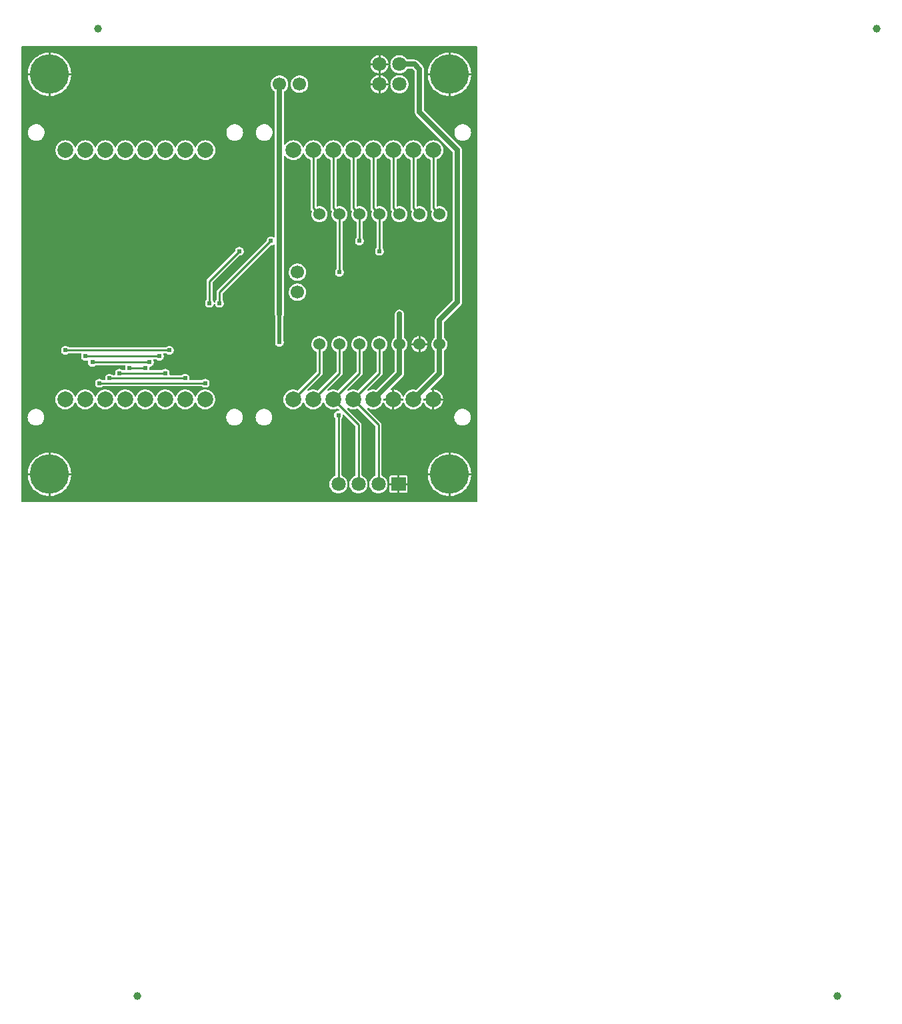
<source format=gbl>
G04 Layer: BottomLayer*
G04 EasyEDA v6.5.29, 2023-07-20 18:53:58*
G04 ae0c691ece8d4f248acc8e5a997bb802,5a6b42c53f6a479593ecc07194224c93,10*
G04 Gerber Generator version 0.2*
G04 Scale: 100 percent, Rotated: No, Reflected: No *
G04 Dimensions in millimeters *
G04 leading zeros omitted , absolute positions ,4 integer and 5 decimal *
%FSLAX45Y45*%
%MOMM*%

%AMMACRO1*21,1,$1,$2,0,0,$3*%
%ADD10C,0.2540*%
%ADD11C,0.5000*%
%ADD12C,0.6350*%
%ADD13C,1.0000*%
%ADD14C,1.8000*%
%ADD15MACRO1,1.8X1.7X0.0000*%
%ADD16C,5.0000*%
%ADD17C,2.0000*%
%ADD18C,1.7000*%
%ADD19C,1.5240*%
%ADD20C,0.6096*%
%ADD21C,0.0113*%

%LPD*%
G36*
X5805932Y25908D02*
G01*
X36068Y26416D01*
X32156Y27178D01*
X28905Y29413D01*
X26670Y32664D01*
X25908Y36576D01*
X25908Y5805932D01*
X26670Y5809843D01*
X28905Y5813094D01*
X32156Y5815330D01*
X36068Y5816092D01*
X5805932Y5816092D01*
X5809843Y5815330D01*
X5813094Y5813094D01*
X5815330Y5809843D01*
X5816092Y5805932D01*
X5816092Y36068D01*
X5815330Y32207D01*
X5813094Y28905D01*
X5809843Y26670D01*
G37*

%LPC*%
G36*
X4456887Y5600700D02*
G01*
X4559300Y5600700D01*
X4559300Y5702960D01*
X4550308Y5701842D01*
X4536186Y5698236D01*
X4522673Y5692851D01*
X4509922Y5685840D01*
X4498136Y5677306D01*
X4487519Y5667349D01*
X4478223Y5656122D01*
X4470450Y5643829D01*
X4464253Y5630672D01*
X4459732Y5616803D01*
X4457039Y5602528D01*
G37*
G36*
X393700Y105562D02*
G01*
X398322Y105664D01*
X421284Y108051D01*
X443992Y112369D01*
X466242Y118618D01*
X487934Y126644D01*
X508812Y136499D01*
X528828Y148031D01*
X547827Y161239D01*
X565607Y175971D01*
X582117Y192125D01*
X597204Y209600D01*
X610819Y228295D01*
X622757Y248107D01*
X633018Y268782D01*
X641553Y290271D01*
X648208Y312369D01*
X653034Y334975D01*
X655929Y357936D01*
X656336Y368300D01*
X393700Y368300D01*
G37*
G36*
X5448300Y105613D02*
G01*
X5448300Y368300D01*
X5185410Y368300D01*
X5187289Y346405D01*
X5191150Y323646D01*
X5196890Y301244D01*
X5204460Y279450D01*
X5213858Y258317D01*
X5224983Y238099D01*
X5237784Y218846D01*
X5252161Y200710D01*
X5267960Y183896D01*
X5285130Y168402D01*
X5303520Y154432D01*
X5323027Y142087D01*
X5343499Y131368D01*
X5364835Y122428D01*
X5386781Y115265D01*
X5409285Y109982D01*
X5432145Y106629D01*
G37*
G36*
X368300Y105613D02*
G01*
X368300Y368300D01*
X105410Y368300D01*
X107289Y346405D01*
X111150Y323646D01*
X116890Y301244D01*
X124460Y279450D01*
X133858Y258317D01*
X144983Y238099D01*
X157784Y218846D01*
X172161Y200710D01*
X187960Y183896D01*
X205130Y168402D01*
X223520Y154432D01*
X243027Y142087D01*
X263499Y131368D01*
X284835Y122428D01*
X306781Y115265D01*
X329285Y109982D01*
X352145Y106629D01*
G37*
G36*
X4044035Y138328D02*
G01*
X4058564Y138328D01*
X4072991Y140157D01*
X4087114Y143764D01*
X4100626Y149148D01*
X4113377Y156159D01*
X4125163Y164693D01*
X4135780Y174650D01*
X4145076Y185877D01*
X4152849Y198170D01*
X4159046Y211328D01*
X4163568Y225196D01*
X4166260Y239471D01*
X4167174Y254000D01*
X4166260Y268528D01*
X4163568Y282803D01*
X4159046Y296672D01*
X4152849Y309829D01*
X4145076Y322122D01*
X4135780Y333349D01*
X4125163Y343306D01*
X4113377Y351840D01*
X4100626Y358851D01*
X4096308Y360578D01*
X4092956Y362762D01*
X4090720Y366064D01*
X4089908Y370027D01*
X4089908Y1085291D01*
X4090670Y1089202D01*
X4092905Y1092504D01*
X4094479Y1094079D01*
X4100118Y1102106D01*
X4104233Y1111046D01*
X4106773Y1120495D01*
X4107535Y1129131D01*
X4108602Y1132840D01*
X4110939Y1135837D01*
X4114190Y1137818D01*
X4117949Y1138428D01*
X4121708Y1137615D01*
X4124858Y1135430D01*
X4263694Y996594D01*
X4265930Y993292D01*
X4266692Y989380D01*
X4266692Y370027D01*
X4265879Y366064D01*
X4263644Y362762D01*
X4260291Y360578D01*
X4255973Y358851D01*
X4243222Y351840D01*
X4231436Y343306D01*
X4220819Y333349D01*
X4211523Y322122D01*
X4203750Y309829D01*
X4197553Y296672D01*
X4193032Y282803D01*
X4190339Y268528D01*
X4189425Y254000D01*
X4190339Y239471D01*
X4193032Y225196D01*
X4197553Y211328D01*
X4203750Y198170D01*
X4211523Y185877D01*
X4220819Y174650D01*
X4231436Y164693D01*
X4243222Y156159D01*
X4255973Y149148D01*
X4269486Y143764D01*
X4283608Y140157D01*
X4298035Y138328D01*
X4312564Y138328D01*
X4326991Y140157D01*
X4341114Y143764D01*
X4354626Y149148D01*
X4367377Y156159D01*
X4379163Y164693D01*
X4389780Y174650D01*
X4399076Y185877D01*
X4406849Y198170D01*
X4413046Y211328D01*
X4417568Y225196D01*
X4420260Y239471D01*
X4421174Y254000D01*
X4420260Y268528D01*
X4417568Y282803D01*
X4413046Y296672D01*
X4406849Y309829D01*
X4399076Y322122D01*
X4389780Y333349D01*
X4379163Y343306D01*
X4367377Y351840D01*
X4354626Y358851D01*
X4350308Y360578D01*
X4346956Y362762D01*
X4344720Y366064D01*
X4343908Y370027D01*
X4343908Y1009091D01*
X4343095Y1017117D01*
X4340910Y1024331D01*
X4337354Y1031036D01*
X4332224Y1037234D01*
X4165244Y1204214D01*
X4162958Y1207719D01*
X4162298Y1211884D01*
X4163314Y1215898D01*
X4165904Y1219200D01*
X4169613Y1221181D01*
X4173778Y1221486D01*
X4177690Y1220114D01*
X4180484Y1218438D01*
X4194352Y1212189D01*
X4208881Y1207668D01*
X4223816Y1204925D01*
X4239006Y1204010D01*
X4254195Y1204925D01*
X4269130Y1207668D01*
X4283659Y1212189D01*
X4290009Y1215034D01*
X4293971Y1215948D01*
X4297934Y1215186D01*
X4301337Y1212951D01*
X4517694Y996594D01*
X4519930Y993292D01*
X4520692Y989380D01*
X4520692Y370027D01*
X4519879Y366064D01*
X4517644Y362762D01*
X4514291Y360578D01*
X4509973Y358851D01*
X4497222Y351840D01*
X4485436Y343306D01*
X4474819Y333349D01*
X4465523Y322122D01*
X4457750Y309829D01*
X4451553Y296672D01*
X4447032Y282803D01*
X4444339Y268528D01*
X4443425Y254000D01*
X4444339Y239471D01*
X4447032Y225196D01*
X4451553Y211328D01*
X4457750Y198170D01*
X4465523Y185877D01*
X4474819Y174650D01*
X4485436Y164693D01*
X4497222Y156159D01*
X4509973Y149148D01*
X4523486Y143764D01*
X4537608Y140157D01*
X4552035Y138328D01*
X4566564Y138328D01*
X4580991Y140157D01*
X4595114Y143764D01*
X4608626Y149148D01*
X4621377Y156159D01*
X4633163Y164693D01*
X4643780Y174650D01*
X4653076Y185877D01*
X4660849Y198170D01*
X4667046Y211328D01*
X4671568Y225196D01*
X4674260Y239471D01*
X4675174Y254000D01*
X4674260Y268528D01*
X4671568Y282803D01*
X4667046Y296672D01*
X4660849Y309829D01*
X4653076Y322122D01*
X4643780Y333349D01*
X4633163Y343306D01*
X4621377Y351840D01*
X4608626Y358851D01*
X4604308Y360578D01*
X4600956Y362762D01*
X4598720Y366064D01*
X4597908Y370027D01*
X4597908Y1009091D01*
X4597095Y1017117D01*
X4594910Y1024331D01*
X4591354Y1031036D01*
X4586224Y1037234D01*
X4419244Y1204214D01*
X4416958Y1207719D01*
X4416298Y1211884D01*
X4417314Y1215898D01*
X4419904Y1219200D01*
X4423613Y1221181D01*
X4427778Y1221486D01*
X4431690Y1220114D01*
X4434484Y1218438D01*
X4448352Y1212189D01*
X4462881Y1207668D01*
X4477816Y1204925D01*
X4493006Y1204010D01*
X4508195Y1204925D01*
X4523130Y1207668D01*
X4537659Y1212189D01*
X4551527Y1218438D01*
X4564532Y1226312D01*
X4576470Y1235659D01*
X4587240Y1246428D01*
X4596587Y1258366D01*
X4604461Y1271371D01*
X4610760Y1285290D01*
X4612944Y1288491D01*
X4616196Y1290574D01*
X4620006Y1291285D01*
X4623816Y1290574D01*
X4627067Y1288491D01*
X4629251Y1285290D01*
X4635550Y1271371D01*
X4643424Y1258366D01*
X4652772Y1246428D01*
X4663541Y1235659D01*
X4675479Y1226312D01*
X4688484Y1218438D01*
X4702352Y1212189D01*
X4716881Y1207668D01*
X4731816Y1204925D01*
X4734306Y1204772D01*
X4734306Y1317193D01*
X4628896Y1317193D01*
X4625035Y1317955D01*
X4621733Y1320190D01*
X4619548Y1323441D01*
X4618736Y1327353D01*
X4618736Y1332433D01*
X4619548Y1336344D01*
X4621733Y1339596D01*
X4625035Y1341831D01*
X4628896Y1342593D01*
X4734306Y1342593D01*
X4734306Y1455013D01*
X4731816Y1454861D01*
X4724349Y1453489D01*
X4720082Y1453642D01*
X4716221Y1455470D01*
X4713528Y1458772D01*
X4712360Y1462887D01*
X4713020Y1467104D01*
X4715306Y1470660D01*
X4866487Y1621840D01*
X4872888Y1629410D01*
X4877765Y1637588D01*
X4881219Y1646428D01*
X4883200Y1655876D01*
X4883658Y1663192D01*
X4883658Y1942693D01*
X4884166Y1945944D01*
X4885690Y1948789D01*
X4899355Y1961032D01*
X4908194Y1971446D01*
X4915509Y1982927D01*
X4921250Y1995322D01*
X4925314Y2008327D01*
X4927549Y2021789D01*
X4928006Y2035403D01*
X4926634Y2048967D01*
X4923485Y2062225D01*
X4918608Y2074976D01*
X4912055Y2086914D01*
X4903927Y2097938D01*
X4894478Y2107692D01*
X4887518Y2113178D01*
X4885436Y2115413D01*
X4884115Y2118156D01*
X4883658Y2121154D01*
X4883658Y2412593D01*
X4882845Y2422499D01*
X4880508Y2431694D01*
X4876698Y2440432D01*
X4871466Y2448407D01*
X4865014Y2455418D01*
X4857496Y2461260D01*
X4849164Y2465781D01*
X4840122Y2468880D01*
X4830775Y2470404D01*
X4821224Y2470404D01*
X4811877Y2468880D01*
X4802835Y2465781D01*
X4794504Y2461260D01*
X4786985Y2455418D01*
X4780534Y2448407D01*
X4775301Y2440432D01*
X4771491Y2431694D01*
X4769154Y2422499D01*
X4768342Y2412593D01*
X4768342Y2121204D01*
X4767884Y2118156D01*
X4766564Y2115464D01*
X4764481Y2113229D01*
X4757521Y2107692D01*
X4748022Y2097938D01*
X4739944Y2086914D01*
X4733391Y2074976D01*
X4728464Y2062225D01*
X4725314Y2048967D01*
X4723942Y2035403D01*
X4724400Y2021789D01*
X4726686Y2008327D01*
X4730750Y1995322D01*
X4736490Y1982927D01*
X4743805Y1971446D01*
X4752594Y1961032D01*
X4766310Y1948789D01*
X4767834Y1945893D01*
X4768342Y1942693D01*
X4768342Y1690979D01*
X4767580Y1687068D01*
X4765344Y1683816D01*
X4535525Y1453946D01*
X4532528Y1451864D01*
X4528972Y1451000D01*
X4525314Y1451457D01*
X4523130Y1452118D01*
X4508195Y1454861D01*
X4493006Y1455775D01*
X4477816Y1454861D01*
X4462881Y1452118D01*
X4448352Y1447596D01*
X4434484Y1441348D01*
X4431690Y1439672D01*
X4427778Y1438300D01*
X4423613Y1438605D01*
X4419904Y1440586D01*
X4417314Y1443888D01*
X4416298Y1447901D01*
X4416958Y1452067D01*
X4419244Y1455572D01*
X4598924Y1635251D01*
X4604054Y1641449D01*
X4607610Y1648155D01*
X4609795Y1655368D01*
X4610608Y1663395D01*
X4610608Y1931162D01*
X4611268Y1934819D01*
X4613249Y1937969D01*
X4616196Y1940204D01*
X4624019Y1944166D01*
X4635246Y1951888D01*
X4645355Y1961032D01*
X4654194Y1971446D01*
X4661509Y1982927D01*
X4667250Y1995322D01*
X4671314Y2008327D01*
X4673549Y2021789D01*
X4674006Y2035403D01*
X4672634Y2048967D01*
X4669485Y2062225D01*
X4664608Y2074976D01*
X4658055Y2086914D01*
X4649927Y2097938D01*
X4640478Y2107692D01*
X4629759Y2116175D01*
X4618024Y2123135D01*
X4605477Y2128418D01*
X4592320Y2132025D01*
X4578807Y2133854D01*
X4565192Y2133854D01*
X4551680Y2132025D01*
X4538522Y2128418D01*
X4525924Y2123135D01*
X4514240Y2116175D01*
X4503521Y2107692D01*
X4494022Y2097938D01*
X4485944Y2086914D01*
X4479391Y2074976D01*
X4474464Y2062225D01*
X4471314Y2048967D01*
X4469942Y2035403D01*
X4470400Y2021789D01*
X4472686Y2008327D01*
X4476750Y1995322D01*
X4482490Y1982927D01*
X4489805Y1971446D01*
X4498594Y1961032D01*
X4508703Y1951888D01*
X4519980Y1944166D01*
X4527804Y1940204D01*
X4530750Y1937969D01*
X4532731Y1934768D01*
X4533392Y1931111D01*
X4533392Y1683105D01*
X4532630Y1679193D01*
X4530394Y1675892D01*
X4301337Y1446834D01*
X4297934Y1444599D01*
X4293971Y1443837D01*
X4290009Y1444752D01*
X4283659Y1447596D01*
X4269130Y1452118D01*
X4254195Y1454861D01*
X4239006Y1455775D01*
X4223816Y1454861D01*
X4208881Y1452118D01*
X4194352Y1447596D01*
X4180484Y1441348D01*
X4177690Y1439672D01*
X4173778Y1438300D01*
X4169613Y1438605D01*
X4165904Y1440586D01*
X4163314Y1443888D01*
X4162298Y1447901D01*
X4162958Y1452067D01*
X4165244Y1455572D01*
X4344924Y1635251D01*
X4350054Y1641449D01*
X4353610Y1648155D01*
X4355795Y1655368D01*
X4356608Y1663395D01*
X4356608Y1931162D01*
X4357268Y1934819D01*
X4359249Y1937969D01*
X4362196Y1940204D01*
X4370019Y1944166D01*
X4381246Y1951888D01*
X4391355Y1961032D01*
X4400194Y1971446D01*
X4407509Y1982927D01*
X4413250Y1995322D01*
X4417314Y2008327D01*
X4419549Y2021789D01*
X4420006Y2035403D01*
X4418634Y2048967D01*
X4415485Y2062225D01*
X4410608Y2074976D01*
X4404055Y2086914D01*
X4395927Y2097938D01*
X4386478Y2107692D01*
X4375759Y2116175D01*
X4364024Y2123135D01*
X4351477Y2128418D01*
X4338320Y2132025D01*
X4324807Y2133854D01*
X4311192Y2133854D01*
X4297680Y2132025D01*
X4284522Y2128418D01*
X4271975Y2123135D01*
X4260240Y2116175D01*
X4249521Y2107692D01*
X4240022Y2097938D01*
X4231944Y2086914D01*
X4225391Y2074976D01*
X4220514Y2062225D01*
X4217314Y2048967D01*
X4215942Y2035403D01*
X4216400Y2021789D01*
X4218686Y2008327D01*
X4222750Y1995322D01*
X4228490Y1982927D01*
X4235805Y1971446D01*
X4244594Y1961032D01*
X4254703Y1951888D01*
X4265980Y1944166D01*
X4273804Y1940204D01*
X4276750Y1937969D01*
X4278731Y1934768D01*
X4279392Y1931162D01*
X4279392Y1683105D01*
X4278630Y1679193D01*
X4276394Y1675892D01*
X4047337Y1446834D01*
X4043934Y1444599D01*
X4039971Y1443837D01*
X4036009Y1444752D01*
X4029659Y1447596D01*
X4015130Y1452118D01*
X4000195Y1454861D01*
X3985006Y1455775D01*
X3969816Y1454861D01*
X3954881Y1452118D01*
X3940352Y1447596D01*
X3926484Y1441348D01*
X3923690Y1439672D01*
X3919778Y1438300D01*
X3915613Y1438605D01*
X3911904Y1440586D01*
X3909314Y1443888D01*
X3908298Y1447901D01*
X3908958Y1452067D01*
X3911244Y1455572D01*
X4090924Y1635251D01*
X4096054Y1641449D01*
X4099610Y1648155D01*
X4101795Y1655368D01*
X4102608Y1663395D01*
X4102608Y1931162D01*
X4103268Y1934819D01*
X4105249Y1937969D01*
X4108196Y1940204D01*
X4116019Y1944166D01*
X4127246Y1951888D01*
X4137355Y1961032D01*
X4146194Y1971446D01*
X4153509Y1982927D01*
X4159250Y1995322D01*
X4163314Y2008327D01*
X4165549Y2021789D01*
X4166006Y2035403D01*
X4164634Y2048967D01*
X4161485Y2062225D01*
X4156608Y2074976D01*
X4150055Y2086914D01*
X4141927Y2097938D01*
X4132478Y2107692D01*
X4121759Y2116175D01*
X4110024Y2123135D01*
X4097477Y2128418D01*
X4084320Y2132025D01*
X4070807Y2133854D01*
X4057192Y2133854D01*
X4043679Y2132025D01*
X4030522Y2128418D01*
X4017975Y2123135D01*
X4006240Y2116175D01*
X3995521Y2107692D01*
X3986022Y2097938D01*
X3977944Y2086914D01*
X3971391Y2074976D01*
X3966514Y2062225D01*
X3963314Y2048967D01*
X3961942Y2035403D01*
X3962400Y2021789D01*
X3964686Y2008327D01*
X3968750Y1995322D01*
X3974490Y1982927D01*
X3981805Y1971446D01*
X3990594Y1961032D01*
X4000703Y1951888D01*
X4011980Y1944166D01*
X4019804Y1940204D01*
X4022750Y1937969D01*
X4024731Y1934768D01*
X4025392Y1931162D01*
X4025392Y1683105D01*
X4024629Y1679193D01*
X4022394Y1675892D01*
X3793337Y1446834D01*
X3789934Y1444599D01*
X3785971Y1443837D01*
X3782009Y1444752D01*
X3775659Y1447596D01*
X3761130Y1452118D01*
X3746195Y1454861D01*
X3731006Y1455775D01*
X3715816Y1454861D01*
X3700881Y1452118D01*
X3686352Y1447596D01*
X3672484Y1441348D01*
X3669690Y1439672D01*
X3665778Y1438300D01*
X3661613Y1438605D01*
X3657904Y1440586D01*
X3655314Y1443888D01*
X3654298Y1447901D01*
X3654958Y1452067D01*
X3657244Y1455572D01*
X3836924Y1635251D01*
X3842054Y1641449D01*
X3845610Y1648155D01*
X3847795Y1655368D01*
X3848608Y1663395D01*
X3848608Y1931162D01*
X3849268Y1934819D01*
X3851249Y1937969D01*
X3854196Y1940204D01*
X3862019Y1944166D01*
X3873246Y1951888D01*
X3883355Y1961032D01*
X3892194Y1971446D01*
X3899509Y1982927D01*
X3905250Y1995322D01*
X3909314Y2008327D01*
X3911549Y2021789D01*
X3912006Y2035403D01*
X3910634Y2048967D01*
X3907485Y2062225D01*
X3902608Y2074976D01*
X3896055Y2086914D01*
X3887927Y2097938D01*
X3878478Y2107692D01*
X3867759Y2116175D01*
X3856024Y2123135D01*
X3843477Y2128418D01*
X3830320Y2132025D01*
X3816807Y2133854D01*
X3803192Y2133854D01*
X3789679Y2132025D01*
X3776522Y2128418D01*
X3763975Y2123135D01*
X3752240Y2116175D01*
X3741521Y2107692D01*
X3732022Y2097938D01*
X3723944Y2086914D01*
X3717391Y2074976D01*
X3712514Y2062225D01*
X3709314Y2048967D01*
X3707942Y2035403D01*
X3708400Y2021789D01*
X3710686Y2008327D01*
X3714750Y1995322D01*
X3720490Y1982927D01*
X3727805Y1971446D01*
X3736594Y1961032D01*
X3746703Y1951888D01*
X3757980Y1944166D01*
X3765804Y1940204D01*
X3768750Y1937969D01*
X3770731Y1934768D01*
X3771392Y1931162D01*
X3771392Y1683105D01*
X3770629Y1679193D01*
X3768394Y1675892D01*
X3539337Y1446834D01*
X3535934Y1444599D01*
X3531971Y1443837D01*
X3528009Y1444752D01*
X3521659Y1447596D01*
X3507130Y1452118D01*
X3492195Y1454861D01*
X3477006Y1455775D01*
X3461816Y1454861D01*
X3446881Y1452118D01*
X3432352Y1447596D01*
X3418484Y1441348D01*
X3405479Y1433474D01*
X3393541Y1424127D01*
X3382772Y1413357D01*
X3373424Y1401419D01*
X3365550Y1388414D01*
X3359302Y1374546D01*
X3354781Y1360017D01*
X3352037Y1345082D01*
X3351123Y1329893D01*
X3352037Y1314704D01*
X3354781Y1299768D01*
X3359302Y1285240D01*
X3365550Y1271371D01*
X3373424Y1258366D01*
X3382772Y1246428D01*
X3393541Y1235659D01*
X3405479Y1226312D01*
X3418484Y1218438D01*
X3432352Y1212189D01*
X3446881Y1207668D01*
X3461816Y1204925D01*
X3477006Y1204010D01*
X3492195Y1204925D01*
X3507130Y1207668D01*
X3521659Y1212189D01*
X3535527Y1218438D01*
X3548532Y1226312D01*
X3560470Y1235659D01*
X3571240Y1246428D01*
X3580587Y1258366D01*
X3588461Y1271371D01*
X3594760Y1285290D01*
X3596944Y1288491D01*
X3600196Y1290574D01*
X3604006Y1291285D01*
X3607815Y1290574D01*
X3611067Y1288491D01*
X3613251Y1285290D01*
X3619550Y1271371D01*
X3627424Y1258366D01*
X3636772Y1246428D01*
X3647541Y1235659D01*
X3659479Y1226312D01*
X3672484Y1218438D01*
X3686352Y1212189D01*
X3700881Y1207668D01*
X3715816Y1204925D01*
X3731006Y1204010D01*
X3746195Y1204925D01*
X3761130Y1207668D01*
X3775659Y1212189D01*
X3789527Y1218438D01*
X3802532Y1226312D01*
X3814470Y1235659D01*
X3825240Y1246428D01*
X3834587Y1258366D01*
X3842461Y1271371D01*
X3848760Y1285290D01*
X3850944Y1288491D01*
X3854196Y1290574D01*
X3858006Y1291285D01*
X3861815Y1290574D01*
X3865067Y1288491D01*
X3867251Y1285290D01*
X3873550Y1271371D01*
X3881424Y1258366D01*
X3890772Y1246428D01*
X3901541Y1235659D01*
X3913479Y1226312D01*
X3926484Y1218438D01*
X3940352Y1212189D01*
X3954881Y1207668D01*
X3969816Y1204925D01*
X3985006Y1204010D01*
X4000195Y1204925D01*
X4015130Y1207668D01*
X4029659Y1212189D01*
X4036009Y1215034D01*
X4039971Y1215948D01*
X4043934Y1215186D01*
X4047337Y1212951D01*
X4056430Y1203858D01*
X4058615Y1200708D01*
X4059428Y1196949D01*
X4058818Y1193190D01*
X4056837Y1189939D01*
X4053840Y1187602D01*
X4050131Y1186535D01*
X4041495Y1185773D01*
X4032046Y1183233D01*
X4023106Y1179118D01*
X4015079Y1173480D01*
X4008120Y1166520D01*
X4002481Y1158494D01*
X3998366Y1149553D01*
X3995826Y1140104D01*
X3994962Y1130300D01*
X3995826Y1120495D01*
X3998366Y1111046D01*
X4002481Y1102106D01*
X4008120Y1094079D01*
X4009694Y1092504D01*
X4011929Y1089202D01*
X4012692Y1085291D01*
X4012692Y370027D01*
X4011879Y366064D01*
X4009644Y362762D01*
X4006291Y360578D01*
X4001973Y358851D01*
X3989222Y351840D01*
X3977436Y343306D01*
X3966819Y333349D01*
X3957523Y322122D01*
X3949750Y309829D01*
X3943553Y296672D01*
X3939032Y282803D01*
X3936339Y268528D01*
X3935425Y254000D01*
X3936339Y239471D01*
X3939032Y225196D01*
X3943553Y211328D01*
X3949750Y198170D01*
X3957523Y185877D01*
X3966819Y174650D01*
X3977436Y164693D01*
X3989222Y156159D01*
X4001973Y149148D01*
X4015486Y143764D01*
X4029608Y140157D01*
G37*
G36*
X4584700Y5600700D02*
G01*
X4687112Y5600700D01*
X4686960Y5602528D01*
X4684268Y5616803D01*
X4679746Y5630672D01*
X4673549Y5643829D01*
X4665776Y5656122D01*
X4656480Y5667349D01*
X4645863Y5677306D01*
X4634077Y5685840D01*
X4621326Y5692851D01*
X4607814Y5698236D01*
X4593691Y5701842D01*
X4584700Y5702960D01*
G37*
G36*
X105410Y5473700D02*
G01*
X368300Y5473700D01*
X368300Y5736386D01*
X352145Y5735370D01*
X329285Y5732018D01*
X306781Y5726734D01*
X284835Y5719572D01*
X263499Y5710631D01*
X243027Y5699912D01*
X223520Y5687568D01*
X205130Y5673598D01*
X187960Y5658104D01*
X172161Y5641289D01*
X157784Y5623153D01*
X144983Y5603900D01*
X133858Y5583682D01*
X124460Y5562549D01*
X116890Y5540756D01*
X111150Y5518353D01*
X107289Y5495594D01*
G37*
G36*
X4826000Y143103D02*
G01*
X4902708Y143103D01*
X4909058Y143814D01*
X4914493Y145694D01*
X4919421Y148793D01*
X4923485Y152908D01*
X4926584Y157784D01*
X4928514Y163271D01*
X4929225Y169570D01*
X4929225Y241300D01*
X4826000Y241300D01*
G37*
G36*
X4723892Y143103D02*
G01*
X4800600Y143103D01*
X4800600Y241300D01*
X4697374Y241300D01*
X4697374Y169570D01*
X4698085Y163271D01*
X4700016Y157784D01*
X4703114Y152908D01*
X4707178Y148793D01*
X4712106Y145694D01*
X4717542Y143814D01*
G37*
G36*
X4826000Y266700D02*
G01*
X4929225Y266700D01*
X4929225Y338429D01*
X4928514Y344728D01*
X4926584Y350215D01*
X4923485Y355092D01*
X4919421Y359206D01*
X4914493Y362305D01*
X4909058Y364185D01*
X4902708Y364896D01*
X4826000Y364896D01*
G37*
G36*
X4697374Y266700D02*
G01*
X4800600Y266700D01*
X4800600Y364896D01*
X4723892Y364896D01*
X4717542Y364185D01*
X4712106Y362305D01*
X4707178Y359206D01*
X4703114Y355092D01*
X4700016Y350215D01*
X4698085Y344728D01*
X4697374Y338429D01*
G37*
G36*
X393700Y393700D02*
G01*
X656336Y393700D01*
X655929Y404063D01*
X653034Y427024D01*
X648208Y449630D01*
X641553Y471728D01*
X633018Y493217D01*
X622757Y513892D01*
X610819Y533704D01*
X597204Y552348D01*
X582117Y569874D01*
X565607Y586028D01*
X547827Y600760D01*
X528828Y613968D01*
X508812Y625500D01*
X487934Y635355D01*
X466242Y643382D01*
X443992Y649630D01*
X421284Y653948D01*
X398322Y656336D01*
X393700Y656437D01*
G37*
G36*
X5473700Y393700D02*
G01*
X5736336Y393700D01*
X5735929Y404063D01*
X5733034Y427024D01*
X5728208Y449630D01*
X5721553Y471728D01*
X5713018Y493217D01*
X5702757Y513892D01*
X5690819Y533704D01*
X5677204Y552348D01*
X5662117Y569874D01*
X5645607Y586028D01*
X5627827Y600760D01*
X5608828Y613968D01*
X5588812Y625500D01*
X5567934Y635355D01*
X5546242Y643382D01*
X5523992Y649630D01*
X5501284Y653948D01*
X5478322Y656336D01*
X5473700Y656437D01*
G37*
G36*
X5185410Y393700D02*
G01*
X5448300Y393700D01*
X5448300Y656386D01*
X5432145Y655370D01*
X5409285Y652018D01*
X5386781Y646734D01*
X5364835Y639572D01*
X5343499Y630631D01*
X5323027Y619912D01*
X5303520Y607568D01*
X5285130Y593598D01*
X5267960Y578104D01*
X5252161Y561289D01*
X5237784Y543153D01*
X5224983Y523900D01*
X5213858Y503682D01*
X5204460Y482549D01*
X5196890Y460756D01*
X5191150Y438353D01*
X5187289Y415594D01*
G37*
G36*
X105410Y393700D02*
G01*
X368300Y393700D01*
X368300Y656386D01*
X352145Y655370D01*
X329285Y652018D01*
X306781Y646734D01*
X284835Y639572D01*
X263499Y630631D01*
X243027Y619912D01*
X223520Y607568D01*
X205130Y593598D01*
X187960Y578104D01*
X172161Y561289D01*
X157784Y543153D01*
X144983Y523900D01*
X133858Y503682D01*
X124460Y482549D01*
X116890Y460756D01*
X111150Y438353D01*
X107289Y415594D01*
G37*
G36*
X209804Y999032D02*
G01*
X223621Y999896D01*
X237185Y1002639D01*
X250342Y1007059D01*
X262737Y1013206D01*
X274269Y1020876D01*
X284683Y1030020D01*
X293827Y1040434D01*
X301498Y1051966D01*
X307644Y1064361D01*
X312064Y1077518D01*
X314807Y1091082D01*
X315671Y1104900D01*
X314807Y1118717D01*
X312064Y1132281D01*
X307644Y1145438D01*
X301498Y1157833D01*
X293827Y1169365D01*
X284683Y1179779D01*
X274269Y1188923D01*
X262737Y1196594D01*
X250342Y1202740D01*
X237185Y1207160D01*
X223621Y1209903D01*
X209804Y1210767D01*
X195986Y1209903D01*
X182422Y1207160D01*
X169265Y1202740D01*
X156870Y1196594D01*
X145338Y1188923D01*
X134924Y1179779D01*
X125780Y1169365D01*
X118110Y1157833D01*
X111963Y1145438D01*
X107543Y1132281D01*
X104800Y1118717D01*
X103936Y1104900D01*
X104800Y1091082D01*
X107543Y1077518D01*
X111963Y1064361D01*
X118110Y1051966D01*
X125780Y1040434D01*
X134924Y1030020D01*
X145338Y1020876D01*
X156870Y1013206D01*
X169265Y1007059D01*
X182422Y1002639D01*
X195986Y999896D01*
G37*
G36*
X3105404Y999032D02*
G01*
X3119221Y999896D01*
X3132785Y1002639D01*
X3145942Y1007059D01*
X3158337Y1013206D01*
X3169869Y1020876D01*
X3180283Y1030020D01*
X3189427Y1040434D01*
X3197098Y1051966D01*
X3203244Y1064361D01*
X3207664Y1077518D01*
X3210407Y1091082D01*
X3211271Y1104900D01*
X3210407Y1118717D01*
X3207664Y1132281D01*
X3203244Y1145438D01*
X3197098Y1157833D01*
X3189427Y1169365D01*
X3180283Y1179779D01*
X3169869Y1188923D01*
X3158337Y1196594D01*
X3145942Y1202740D01*
X3132785Y1207160D01*
X3119221Y1209903D01*
X3105404Y1210767D01*
X3091586Y1209903D01*
X3078022Y1207160D01*
X3064865Y1202740D01*
X3052470Y1196594D01*
X3040938Y1188923D01*
X3030524Y1179779D01*
X3021380Y1169365D01*
X3013710Y1157833D01*
X3007563Y1145438D01*
X3003143Y1132281D01*
X3000400Y1118717D01*
X2999536Y1104900D01*
X3000400Y1091082D01*
X3003143Y1077518D01*
X3007563Y1064361D01*
X3013710Y1051966D01*
X3021380Y1040434D01*
X3030524Y1030020D01*
X3040938Y1020876D01*
X3052470Y1013206D01*
X3064865Y1007059D01*
X3078022Y1002639D01*
X3091586Y999896D01*
G37*
G36*
X2731008Y999032D02*
G01*
X2744825Y999896D01*
X2758389Y1002639D01*
X2771546Y1007059D01*
X2783941Y1013206D01*
X2795473Y1020876D01*
X2805887Y1030020D01*
X2815031Y1040434D01*
X2822702Y1051966D01*
X2828848Y1064361D01*
X2833268Y1077518D01*
X2836011Y1091082D01*
X2836875Y1104900D01*
X2836011Y1118717D01*
X2833268Y1132281D01*
X2828848Y1145438D01*
X2822702Y1157833D01*
X2815031Y1169365D01*
X2805887Y1179779D01*
X2795473Y1188923D01*
X2783941Y1196594D01*
X2771546Y1202740D01*
X2758389Y1207160D01*
X2744825Y1209903D01*
X2731008Y1210767D01*
X2717190Y1209903D01*
X2703626Y1207160D01*
X2690469Y1202740D01*
X2678074Y1196594D01*
X2666542Y1188923D01*
X2656128Y1179779D01*
X2646984Y1169365D01*
X2639314Y1157833D01*
X2633167Y1145438D01*
X2628747Y1132281D01*
X2626004Y1118717D01*
X2625140Y1104900D01*
X2626004Y1091082D01*
X2628747Y1077518D01*
X2633167Y1064361D01*
X2639314Y1051966D01*
X2646984Y1040434D01*
X2656128Y1030020D01*
X2666542Y1020876D01*
X2678074Y1013206D01*
X2690469Y1007059D01*
X2703626Y1002639D01*
X2717190Y999896D01*
G37*
G36*
X5626608Y999032D02*
G01*
X5640425Y999896D01*
X5653989Y1002639D01*
X5667095Y1007059D01*
X5679541Y1013206D01*
X5691022Y1020876D01*
X5701436Y1030020D01*
X5710580Y1040434D01*
X5718302Y1051966D01*
X5724398Y1064361D01*
X5728868Y1077518D01*
X5731560Y1091082D01*
X5732475Y1104900D01*
X5731560Y1118717D01*
X5728868Y1132281D01*
X5724398Y1145438D01*
X5718302Y1157833D01*
X5710580Y1169365D01*
X5701436Y1179779D01*
X5691022Y1188923D01*
X5679541Y1196594D01*
X5667095Y1202740D01*
X5653989Y1207160D01*
X5640425Y1209903D01*
X5626608Y1210767D01*
X5612739Y1209903D01*
X5599176Y1207160D01*
X5586069Y1202740D01*
X5573623Y1196594D01*
X5562142Y1188923D01*
X5551728Y1179779D01*
X5542584Y1169365D01*
X5534863Y1157833D01*
X5528767Y1145438D01*
X5524296Y1132281D01*
X5521604Y1118717D01*
X5520690Y1104900D01*
X5521604Y1091082D01*
X5524296Y1077518D01*
X5528767Y1064361D01*
X5534863Y1051966D01*
X5542584Y1040434D01*
X5551728Y1030020D01*
X5562142Y1020876D01*
X5573623Y1013206D01*
X5586069Y1007059D01*
X5599176Y1002639D01*
X5612739Y999896D01*
G37*
G36*
X581406Y1204010D02*
G01*
X596595Y1204925D01*
X611530Y1207668D01*
X626059Y1212189D01*
X639927Y1218438D01*
X652932Y1226312D01*
X664870Y1235659D01*
X675640Y1246428D01*
X684987Y1258366D01*
X692861Y1271371D01*
X699160Y1285290D01*
X701344Y1288491D01*
X704596Y1290574D01*
X708406Y1291285D01*
X712216Y1290574D01*
X715467Y1288491D01*
X717651Y1285290D01*
X723950Y1271371D01*
X731824Y1258366D01*
X741172Y1246428D01*
X751941Y1235659D01*
X763879Y1226312D01*
X776884Y1218438D01*
X790752Y1212189D01*
X805281Y1207668D01*
X820216Y1204925D01*
X835406Y1204010D01*
X850595Y1204925D01*
X865530Y1207668D01*
X880059Y1212189D01*
X893927Y1218438D01*
X906932Y1226312D01*
X918870Y1235659D01*
X929640Y1246428D01*
X938987Y1258366D01*
X946861Y1271371D01*
X953160Y1285290D01*
X955344Y1288491D01*
X958596Y1290574D01*
X962406Y1291285D01*
X966216Y1290574D01*
X969467Y1288491D01*
X971651Y1285290D01*
X977950Y1271371D01*
X985824Y1258366D01*
X995171Y1246428D01*
X1005941Y1235659D01*
X1017879Y1226312D01*
X1030884Y1218438D01*
X1044752Y1212189D01*
X1059281Y1207668D01*
X1074216Y1204925D01*
X1089406Y1204010D01*
X1104595Y1204925D01*
X1119530Y1207668D01*
X1134059Y1212189D01*
X1147927Y1218438D01*
X1160932Y1226312D01*
X1172870Y1235659D01*
X1183640Y1246428D01*
X1192987Y1258366D01*
X1200861Y1271371D01*
X1207160Y1285290D01*
X1209344Y1288491D01*
X1212596Y1290574D01*
X1216406Y1291285D01*
X1220216Y1290574D01*
X1223467Y1288491D01*
X1225651Y1285290D01*
X1231950Y1271371D01*
X1239824Y1258366D01*
X1249172Y1246428D01*
X1259941Y1235659D01*
X1271879Y1226312D01*
X1284884Y1218438D01*
X1298752Y1212189D01*
X1313281Y1207668D01*
X1328216Y1204925D01*
X1343406Y1204010D01*
X1358595Y1204925D01*
X1373530Y1207668D01*
X1388059Y1212189D01*
X1401927Y1218438D01*
X1414932Y1226312D01*
X1426870Y1235659D01*
X1437640Y1246428D01*
X1446987Y1258366D01*
X1454861Y1271371D01*
X1461160Y1285290D01*
X1463344Y1288491D01*
X1466596Y1290574D01*
X1470406Y1291285D01*
X1474216Y1290574D01*
X1477467Y1288491D01*
X1479651Y1285290D01*
X1485950Y1271371D01*
X1493824Y1258366D01*
X1503172Y1246428D01*
X1513941Y1235659D01*
X1525879Y1226312D01*
X1538884Y1218438D01*
X1552752Y1212189D01*
X1567281Y1207668D01*
X1582216Y1204925D01*
X1597406Y1204010D01*
X1612595Y1204925D01*
X1627530Y1207668D01*
X1642059Y1212189D01*
X1655927Y1218438D01*
X1668932Y1226312D01*
X1680870Y1235659D01*
X1691639Y1246428D01*
X1700987Y1258366D01*
X1708861Y1271371D01*
X1715160Y1285290D01*
X1717344Y1288491D01*
X1720596Y1290574D01*
X1724406Y1291285D01*
X1728216Y1290574D01*
X1731467Y1288491D01*
X1733651Y1285290D01*
X1739950Y1271371D01*
X1747824Y1258366D01*
X1757172Y1246428D01*
X1767941Y1235659D01*
X1779879Y1226312D01*
X1792884Y1218438D01*
X1806752Y1212189D01*
X1821281Y1207668D01*
X1836216Y1204925D01*
X1851406Y1204010D01*
X1866595Y1204925D01*
X1881530Y1207668D01*
X1896059Y1212189D01*
X1909927Y1218438D01*
X1922932Y1226312D01*
X1934870Y1235659D01*
X1945639Y1246428D01*
X1954987Y1258366D01*
X1962861Y1271371D01*
X1969160Y1285290D01*
X1971344Y1288491D01*
X1974596Y1290574D01*
X1978406Y1291285D01*
X1982216Y1290574D01*
X1985467Y1288491D01*
X1987651Y1285290D01*
X1993950Y1271371D01*
X2001824Y1258366D01*
X2011172Y1246428D01*
X2021941Y1235659D01*
X2033879Y1226312D01*
X2046884Y1218438D01*
X2060752Y1212189D01*
X2075281Y1207668D01*
X2090216Y1204925D01*
X2105406Y1204010D01*
X2120595Y1204925D01*
X2135530Y1207668D01*
X2150059Y1212189D01*
X2163927Y1218438D01*
X2176932Y1226312D01*
X2188870Y1235659D01*
X2199640Y1246428D01*
X2208987Y1258366D01*
X2216861Y1271371D01*
X2223160Y1285290D01*
X2225344Y1288491D01*
X2228596Y1290574D01*
X2232406Y1291285D01*
X2236216Y1290574D01*
X2239467Y1288491D01*
X2241651Y1285290D01*
X2247950Y1271371D01*
X2255824Y1258366D01*
X2265172Y1246428D01*
X2275941Y1235659D01*
X2287879Y1226312D01*
X2300884Y1218438D01*
X2314752Y1212189D01*
X2329281Y1207668D01*
X2344216Y1204925D01*
X2359406Y1204010D01*
X2374595Y1204925D01*
X2389530Y1207668D01*
X2404059Y1212189D01*
X2417927Y1218438D01*
X2430932Y1226312D01*
X2442870Y1235659D01*
X2453640Y1246428D01*
X2462987Y1258366D01*
X2470861Y1271371D01*
X2477109Y1285240D01*
X2481630Y1299768D01*
X2484374Y1314704D01*
X2485288Y1329893D01*
X2484374Y1345082D01*
X2481630Y1360017D01*
X2477109Y1374546D01*
X2470861Y1388414D01*
X2462987Y1401419D01*
X2453640Y1413357D01*
X2442870Y1424127D01*
X2430932Y1433474D01*
X2417927Y1441348D01*
X2404059Y1447596D01*
X2389530Y1452118D01*
X2374595Y1454861D01*
X2359406Y1455775D01*
X2344216Y1454861D01*
X2329281Y1452118D01*
X2314752Y1447596D01*
X2300884Y1441348D01*
X2287879Y1433474D01*
X2275941Y1424127D01*
X2265172Y1413357D01*
X2255824Y1401419D01*
X2247950Y1388414D01*
X2241651Y1374495D01*
X2239467Y1371295D01*
X2236216Y1369212D01*
X2232406Y1368501D01*
X2228596Y1369212D01*
X2225344Y1371295D01*
X2223160Y1374495D01*
X2216861Y1388414D01*
X2208987Y1401419D01*
X2199640Y1413357D01*
X2188870Y1424127D01*
X2176932Y1433474D01*
X2163927Y1441348D01*
X2150059Y1447596D01*
X2135530Y1452118D01*
X2120595Y1454861D01*
X2105406Y1455775D01*
X2090216Y1454861D01*
X2075281Y1452118D01*
X2060752Y1447596D01*
X2046884Y1441348D01*
X2033879Y1433474D01*
X2021941Y1424127D01*
X2011172Y1413357D01*
X2001824Y1401419D01*
X1993950Y1388414D01*
X1987651Y1374495D01*
X1985467Y1371295D01*
X1982216Y1369212D01*
X1978406Y1368501D01*
X1974596Y1369212D01*
X1971344Y1371295D01*
X1969160Y1374495D01*
X1962861Y1388414D01*
X1954987Y1401419D01*
X1945639Y1413357D01*
X1934870Y1424127D01*
X1922932Y1433474D01*
X1909927Y1441348D01*
X1896059Y1447596D01*
X1881530Y1452118D01*
X1866595Y1454861D01*
X1851406Y1455775D01*
X1836216Y1454861D01*
X1821281Y1452118D01*
X1806752Y1447596D01*
X1792884Y1441348D01*
X1779879Y1433474D01*
X1767941Y1424127D01*
X1757172Y1413357D01*
X1747824Y1401419D01*
X1739950Y1388414D01*
X1733651Y1374495D01*
X1731467Y1371295D01*
X1728216Y1369212D01*
X1724406Y1368501D01*
X1720596Y1369212D01*
X1717344Y1371295D01*
X1715160Y1374495D01*
X1708861Y1388414D01*
X1700987Y1401419D01*
X1691639Y1413357D01*
X1680870Y1424127D01*
X1668932Y1433474D01*
X1655927Y1441348D01*
X1642059Y1447596D01*
X1627530Y1452118D01*
X1612595Y1454861D01*
X1597406Y1455775D01*
X1582216Y1454861D01*
X1567281Y1452118D01*
X1552752Y1447596D01*
X1538884Y1441348D01*
X1525879Y1433474D01*
X1513941Y1424127D01*
X1503172Y1413357D01*
X1493824Y1401419D01*
X1485950Y1388414D01*
X1479651Y1374495D01*
X1477467Y1371295D01*
X1474216Y1369212D01*
X1470406Y1368501D01*
X1466596Y1369212D01*
X1463344Y1371295D01*
X1461160Y1374495D01*
X1454861Y1388414D01*
X1446987Y1401419D01*
X1437640Y1413357D01*
X1426870Y1424127D01*
X1414932Y1433474D01*
X1401927Y1441348D01*
X1388059Y1447596D01*
X1373530Y1452118D01*
X1358595Y1454861D01*
X1343406Y1455775D01*
X1328216Y1454861D01*
X1313281Y1452118D01*
X1298752Y1447596D01*
X1284884Y1441348D01*
X1271879Y1433474D01*
X1259941Y1424127D01*
X1249172Y1413357D01*
X1239824Y1401419D01*
X1231950Y1388414D01*
X1225651Y1374495D01*
X1223467Y1371295D01*
X1220216Y1369212D01*
X1216406Y1368501D01*
X1212596Y1369212D01*
X1209344Y1371295D01*
X1207160Y1374495D01*
X1200861Y1388414D01*
X1192987Y1401419D01*
X1183640Y1413357D01*
X1172870Y1424127D01*
X1160932Y1433474D01*
X1147927Y1441348D01*
X1134059Y1447596D01*
X1119530Y1452118D01*
X1104595Y1454861D01*
X1089406Y1455775D01*
X1074216Y1454861D01*
X1059281Y1452118D01*
X1044752Y1447596D01*
X1030884Y1441348D01*
X1017879Y1433474D01*
X1005941Y1424127D01*
X995171Y1413357D01*
X985824Y1401419D01*
X977950Y1388414D01*
X971651Y1374495D01*
X969467Y1371295D01*
X966216Y1369212D01*
X962406Y1368501D01*
X958596Y1369212D01*
X955344Y1371295D01*
X953160Y1374495D01*
X946861Y1388414D01*
X938987Y1401419D01*
X929640Y1413357D01*
X918870Y1424127D01*
X906932Y1433474D01*
X893927Y1441348D01*
X880059Y1447596D01*
X865530Y1452118D01*
X850595Y1454861D01*
X835406Y1455775D01*
X820216Y1454861D01*
X805281Y1452118D01*
X790752Y1447596D01*
X776884Y1441348D01*
X763879Y1433474D01*
X751941Y1424127D01*
X741172Y1413357D01*
X731824Y1401419D01*
X723950Y1388414D01*
X717651Y1374495D01*
X715467Y1371295D01*
X712216Y1369212D01*
X708406Y1368501D01*
X704596Y1369212D01*
X701344Y1371295D01*
X699160Y1374495D01*
X692861Y1388414D01*
X684987Y1401419D01*
X675640Y1413357D01*
X664870Y1424127D01*
X652932Y1433474D01*
X639927Y1441348D01*
X626059Y1447596D01*
X611530Y1452118D01*
X596595Y1454861D01*
X581406Y1455775D01*
X566216Y1454861D01*
X551281Y1452118D01*
X536752Y1447596D01*
X522884Y1441348D01*
X509879Y1433474D01*
X497941Y1424127D01*
X487172Y1413357D01*
X477824Y1401419D01*
X469950Y1388414D01*
X463702Y1374546D01*
X459181Y1360017D01*
X456438Y1345082D01*
X455523Y1329893D01*
X456438Y1314704D01*
X459181Y1299768D01*
X463702Y1285240D01*
X469950Y1271371D01*
X477824Y1258366D01*
X487172Y1246428D01*
X497941Y1235659D01*
X509879Y1226312D01*
X522884Y1218438D01*
X536752Y1212189D01*
X551281Y1207668D01*
X566216Y1204925D01*
G37*
G36*
X5185410Y5473700D02*
G01*
X5448300Y5473700D01*
X5448300Y5736386D01*
X5432145Y5735370D01*
X5409285Y5732018D01*
X5386781Y5726734D01*
X5364835Y5719572D01*
X5343499Y5710631D01*
X5323027Y5699912D01*
X5303520Y5687568D01*
X5285130Y5673598D01*
X5267960Y5658104D01*
X5252161Y5641289D01*
X5237784Y5623153D01*
X5224983Y5603900D01*
X5213858Y5583682D01*
X5204460Y5562549D01*
X5196890Y5540756D01*
X5191150Y5518353D01*
X5187289Y5495594D01*
G37*
G36*
X393700Y5473700D02*
G01*
X656336Y5473700D01*
X655929Y5484063D01*
X653034Y5507024D01*
X648208Y5529630D01*
X641553Y5551728D01*
X633018Y5573217D01*
X622757Y5593892D01*
X610819Y5613704D01*
X597204Y5632348D01*
X582117Y5649874D01*
X565607Y5666028D01*
X547827Y5680760D01*
X528828Y5693968D01*
X508812Y5705500D01*
X487934Y5715355D01*
X466242Y5723382D01*
X443992Y5729630D01*
X421284Y5733948D01*
X398322Y5736336D01*
X393700Y5736437D01*
G37*
G36*
X5473700Y5473700D02*
G01*
X5736336Y5473700D01*
X5735929Y5484063D01*
X5733034Y5507024D01*
X5728208Y5529630D01*
X5721553Y5551728D01*
X5713018Y5573217D01*
X5702757Y5593892D01*
X5690819Y5613704D01*
X5677204Y5632348D01*
X5662117Y5649874D01*
X5645607Y5666028D01*
X5627827Y5680760D01*
X5608828Y5693968D01*
X5588812Y5705500D01*
X5567934Y5715355D01*
X5546242Y5723382D01*
X5523992Y5729630D01*
X5501284Y5733948D01*
X5478322Y5736336D01*
X5473700Y5736437D01*
G37*
G36*
X4559300Y5473039D02*
G01*
X4559300Y5575300D01*
X4456887Y5575300D01*
X4457039Y5573471D01*
X4459732Y5559196D01*
X4464253Y5545328D01*
X4470450Y5532170D01*
X4478223Y5519877D01*
X4487519Y5508650D01*
X4498136Y5498693D01*
X4509922Y5490159D01*
X4522673Y5483148D01*
X4536186Y5477764D01*
X4550308Y5474157D01*
G37*
G36*
X4584700Y5473039D02*
G01*
X4593691Y5474157D01*
X4607814Y5477764D01*
X4621326Y5483148D01*
X4634077Y5490159D01*
X4645863Y5498693D01*
X4656480Y5508650D01*
X4665776Y5519877D01*
X4673549Y5532170D01*
X4679746Y5545328D01*
X4684268Y5559196D01*
X4686960Y5573471D01*
X4687112Y5575300D01*
X4584700Y5575300D01*
G37*
G36*
X4456887Y5346700D02*
G01*
X4559300Y5346700D01*
X4559300Y5448960D01*
X4550308Y5447842D01*
X4536186Y5444236D01*
X4522673Y5438851D01*
X4509922Y5431840D01*
X4498136Y5423306D01*
X4487519Y5413349D01*
X4478223Y5402122D01*
X4470450Y5389829D01*
X4464253Y5376672D01*
X4459732Y5362803D01*
X4457039Y5348528D01*
G37*
G36*
X4584700Y5346700D02*
G01*
X4687112Y5346700D01*
X4686960Y5348528D01*
X4684268Y5362803D01*
X4679746Y5376672D01*
X4673549Y5389829D01*
X4665776Y5402122D01*
X4656480Y5413349D01*
X4645863Y5423306D01*
X4634077Y5431840D01*
X4621326Y5438851D01*
X4607814Y5444236D01*
X4593691Y5447842D01*
X4584700Y5448960D01*
G37*
G36*
X3559556Y5223154D02*
G01*
X3573678Y5224526D01*
X3587546Y5227675D01*
X3600907Y5232603D01*
X3613505Y5239156D01*
X3625138Y5247284D01*
X3635654Y5256834D01*
X3644849Y5267655D01*
X3652621Y5279593D01*
X3658768Y5292394D01*
X3663238Y5305856D01*
X3665982Y5319826D01*
X3666896Y5334000D01*
X3665982Y5348173D01*
X3663238Y5362143D01*
X3658768Y5375605D01*
X3652621Y5388406D01*
X3644849Y5400344D01*
X3635654Y5411165D01*
X3625138Y5420715D01*
X3613505Y5428843D01*
X3600907Y5435396D01*
X3587546Y5440324D01*
X3573678Y5443474D01*
X3559556Y5444845D01*
X3545332Y5444388D01*
X3531311Y5442102D01*
X3517696Y5438038D01*
X3504692Y5432298D01*
X3492550Y5424932D01*
X3481425Y5416092D01*
X3471570Y5405882D01*
X3463086Y5394502D01*
X3456076Y5382107D01*
X3450742Y5368950D01*
X3447135Y5355183D01*
X3445357Y5341112D01*
X3445357Y5326888D01*
X3447135Y5312816D01*
X3450742Y5299049D01*
X3456076Y5285892D01*
X3463086Y5273497D01*
X3471570Y5262118D01*
X3481425Y5251907D01*
X3492550Y5243068D01*
X3504692Y5235702D01*
X3517696Y5229910D01*
X3531311Y5225897D01*
X3545332Y5223611D01*
G37*
G36*
X4584700Y5219039D02*
G01*
X4593691Y5220157D01*
X4607814Y5223764D01*
X4621326Y5229148D01*
X4634077Y5236159D01*
X4645863Y5244693D01*
X4656480Y5254650D01*
X4665776Y5265877D01*
X4673549Y5278170D01*
X4679746Y5291328D01*
X4684268Y5305196D01*
X4686960Y5319471D01*
X4687112Y5321300D01*
X4584700Y5321300D01*
G37*
G36*
X4559300Y5219039D02*
G01*
X4559300Y5321300D01*
X4456887Y5321300D01*
X4457039Y5319471D01*
X4459732Y5305196D01*
X4464253Y5291328D01*
X4470450Y5278170D01*
X4478223Y5265877D01*
X4487519Y5254650D01*
X4498136Y5244693D01*
X4509922Y5236159D01*
X4522673Y5229148D01*
X4536186Y5223764D01*
X4550308Y5220157D01*
G37*
G36*
X4818735Y5218328D02*
G01*
X4833264Y5218328D01*
X4847691Y5220157D01*
X4861814Y5223764D01*
X4875326Y5229148D01*
X4888077Y5236159D01*
X4899863Y5244693D01*
X4910480Y5254650D01*
X4919776Y5265877D01*
X4927549Y5278170D01*
X4933746Y5291328D01*
X4938268Y5305196D01*
X4940960Y5319471D01*
X4941874Y5334000D01*
X4940960Y5348528D01*
X4938268Y5362803D01*
X4933746Y5376672D01*
X4927549Y5389829D01*
X4919776Y5402122D01*
X4910480Y5413349D01*
X4899863Y5423306D01*
X4888077Y5431840D01*
X4875326Y5438851D01*
X4861814Y5444236D01*
X4847691Y5447842D01*
X4833264Y5449671D01*
X4818735Y5449671D01*
X4804308Y5447842D01*
X4790186Y5444236D01*
X4776673Y5438851D01*
X4763922Y5431840D01*
X4752136Y5423306D01*
X4741519Y5413349D01*
X4732223Y5402122D01*
X4724450Y5389829D01*
X4718253Y5376672D01*
X4713732Y5362803D01*
X4711039Y5348528D01*
X4710125Y5334000D01*
X4711039Y5319471D01*
X4713732Y5305196D01*
X4718253Y5291328D01*
X4724450Y5278170D01*
X4732223Y5265877D01*
X4741519Y5254650D01*
X4752136Y5244693D01*
X4763922Y5236159D01*
X4776673Y5229148D01*
X4790186Y5223764D01*
X4804308Y5220157D01*
G37*
G36*
X368300Y5185613D02*
G01*
X368300Y5448300D01*
X105410Y5448300D01*
X107289Y5426405D01*
X111150Y5403646D01*
X116890Y5381244D01*
X124460Y5359450D01*
X133858Y5338318D01*
X144983Y5318099D01*
X157784Y5298846D01*
X172161Y5280710D01*
X187960Y5263896D01*
X205130Y5248402D01*
X223520Y5234432D01*
X243027Y5222087D01*
X263499Y5211368D01*
X284835Y5202428D01*
X306781Y5195265D01*
X329285Y5189982D01*
X352145Y5186629D01*
G37*
G36*
X5001006Y1204010D02*
G01*
X5016195Y1204925D01*
X5031130Y1207668D01*
X5045659Y1212189D01*
X5059527Y1218438D01*
X5072532Y1226312D01*
X5084470Y1235659D01*
X5095240Y1246428D01*
X5104587Y1258366D01*
X5112461Y1271371D01*
X5118760Y1285290D01*
X5120944Y1288491D01*
X5124196Y1290574D01*
X5128006Y1291285D01*
X5131816Y1290574D01*
X5135067Y1288491D01*
X5137251Y1285290D01*
X5143550Y1271371D01*
X5151424Y1258366D01*
X5160772Y1246428D01*
X5171541Y1235659D01*
X5183479Y1226312D01*
X5196484Y1218438D01*
X5210352Y1212189D01*
X5224881Y1207668D01*
X5239816Y1204925D01*
X5242306Y1204772D01*
X5242306Y1317193D01*
X5136896Y1317193D01*
X5133035Y1317955D01*
X5129733Y1320190D01*
X5127548Y1323441D01*
X5126736Y1327353D01*
X5126736Y1332433D01*
X5127548Y1336344D01*
X5129733Y1339596D01*
X5133035Y1341831D01*
X5136896Y1342593D01*
X5242306Y1342593D01*
X5242306Y1455013D01*
X5239816Y1454861D01*
X5232349Y1453489D01*
X5228082Y1453642D01*
X5224221Y1455470D01*
X5221528Y1458772D01*
X5220360Y1462887D01*
X5221020Y1467104D01*
X5223306Y1470660D01*
X5374487Y1621840D01*
X5380888Y1629410D01*
X5385765Y1637588D01*
X5389219Y1646428D01*
X5391200Y1655876D01*
X5391658Y1663192D01*
X5391658Y1942541D01*
X5392166Y1945792D01*
X5393690Y1948637D01*
X5407355Y1960880D01*
X5416194Y1971293D01*
X5423509Y1982774D01*
X5429250Y1995170D01*
X5433314Y2008174D01*
X5435549Y2021636D01*
X5436006Y2035251D01*
X5434634Y2048814D01*
X5431485Y2062073D01*
X5426608Y2074824D01*
X5420055Y2086762D01*
X5411927Y2097786D01*
X5402478Y2107539D01*
X5395518Y2113026D01*
X5393436Y2115261D01*
X5392115Y2118004D01*
X5391658Y2121001D01*
X5391658Y2308707D01*
X5392420Y2312619D01*
X5394655Y2315870D01*
X5603087Y2524353D01*
X5609488Y2531922D01*
X5614365Y2540101D01*
X5617819Y2548940D01*
X5619800Y2558389D01*
X5620258Y2565704D01*
X5620258Y4495393D01*
X5619445Y4505299D01*
X5617108Y4514494D01*
X5613298Y4523232D01*
X5608015Y4531258D01*
X5603138Y4536795D01*
X5140655Y4999329D01*
X5138420Y5002580D01*
X5137658Y5006492D01*
X5137658Y5524093D01*
X5136845Y5533999D01*
X5134508Y5543194D01*
X5130698Y5551932D01*
X5125415Y5559958D01*
X5120538Y5565495D01*
X5057546Y5628487D01*
X5049977Y5634888D01*
X5041798Y5639765D01*
X5032959Y5643219D01*
X5023510Y5645200D01*
X5016195Y5645658D01*
X4931968Y5645658D01*
X4928616Y5646216D01*
X4925669Y5647842D01*
X4923383Y5650382D01*
X4919776Y5656122D01*
X4910480Y5667349D01*
X4899863Y5677306D01*
X4888077Y5685840D01*
X4875326Y5692851D01*
X4861814Y5698236D01*
X4847691Y5701842D01*
X4833264Y5703671D01*
X4818735Y5703671D01*
X4804308Y5701842D01*
X4790186Y5698236D01*
X4776673Y5692851D01*
X4763922Y5685840D01*
X4752136Y5677306D01*
X4741519Y5667349D01*
X4732223Y5656122D01*
X4724450Y5643829D01*
X4718253Y5630672D01*
X4713732Y5616803D01*
X4711039Y5602528D01*
X4710125Y5588000D01*
X4711039Y5573471D01*
X4713732Y5559196D01*
X4718253Y5545328D01*
X4724450Y5532170D01*
X4732223Y5519877D01*
X4741519Y5508650D01*
X4752136Y5498693D01*
X4763922Y5490159D01*
X4776673Y5483148D01*
X4790186Y5477764D01*
X4804308Y5474157D01*
X4818735Y5472328D01*
X4833264Y5472328D01*
X4847691Y5474157D01*
X4861814Y5477764D01*
X4875326Y5483148D01*
X4888077Y5490159D01*
X4899863Y5498693D01*
X4910480Y5508650D01*
X4919776Y5519877D01*
X4923383Y5525617D01*
X4925669Y5528157D01*
X4928616Y5529783D01*
X4931968Y5530342D01*
X4988407Y5530342D01*
X4992319Y5529580D01*
X4995570Y5527344D01*
X5019344Y5503570D01*
X5021580Y5500319D01*
X5022342Y5496407D01*
X5022342Y4978806D01*
X5023154Y4968900D01*
X5025491Y4959705D01*
X5029301Y4950968D01*
X5034584Y4942941D01*
X5039461Y4937404D01*
X5501944Y4474870D01*
X5504180Y4471619D01*
X5504942Y4467707D01*
X5504942Y2593492D01*
X5504180Y2589580D01*
X5501944Y2586329D01*
X5293512Y2377846D01*
X5287111Y2370277D01*
X5282234Y2362098D01*
X5278780Y2353259D01*
X5276799Y2343810D01*
X5276342Y2336495D01*
X5276342Y2121052D01*
X5275884Y2118004D01*
X5274564Y2115312D01*
X5272481Y2113076D01*
X5265521Y2107539D01*
X5256022Y2097786D01*
X5247944Y2086762D01*
X5241391Y2074824D01*
X5236514Y2062073D01*
X5233314Y2048814D01*
X5231942Y2035251D01*
X5232400Y2021636D01*
X5234686Y2008174D01*
X5238750Y1995170D01*
X5244490Y1982774D01*
X5251805Y1971293D01*
X5260594Y1960880D01*
X5274310Y1948637D01*
X5275834Y1945741D01*
X5276342Y1942541D01*
X5276342Y1690979D01*
X5275580Y1687068D01*
X5273344Y1683816D01*
X5043525Y1453946D01*
X5040528Y1451864D01*
X5036972Y1451000D01*
X5033314Y1451457D01*
X5031130Y1452118D01*
X5016195Y1454861D01*
X5001006Y1455775D01*
X4985816Y1454861D01*
X4970881Y1452118D01*
X4956352Y1447596D01*
X4942484Y1441348D01*
X4929479Y1433474D01*
X4917541Y1424127D01*
X4906772Y1413357D01*
X4897424Y1401419D01*
X4889550Y1388414D01*
X4883251Y1374495D01*
X4881067Y1371295D01*
X4877816Y1369212D01*
X4874006Y1368501D01*
X4870196Y1369212D01*
X4866944Y1371295D01*
X4864760Y1374495D01*
X4858461Y1388414D01*
X4850587Y1401419D01*
X4841240Y1413357D01*
X4830470Y1424127D01*
X4818532Y1433474D01*
X4805527Y1441348D01*
X4791659Y1447596D01*
X4777130Y1452118D01*
X4762195Y1454861D01*
X4759706Y1455013D01*
X4759706Y1342593D01*
X4865116Y1342593D01*
X4868976Y1341831D01*
X4872278Y1339596D01*
X4874463Y1336344D01*
X4875276Y1332433D01*
X4875276Y1327353D01*
X4874463Y1323441D01*
X4872278Y1320190D01*
X4868976Y1317955D01*
X4865116Y1317193D01*
X4759706Y1317193D01*
X4759706Y1204772D01*
X4762195Y1204925D01*
X4777130Y1207668D01*
X4791659Y1212189D01*
X4805527Y1218438D01*
X4818532Y1226312D01*
X4830470Y1235659D01*
X4841240Y1246428D01*
X4850587Y1258366D01*
X4858461Y1271371D01*
X4864760Y1285290D01*
X4866944Y1288491D01*
X4870196Y1290574D01*
X4874006Y1291285D01*
X4877816Y1290574D01*
X4881067Y1288491D01*
X4883251Y1285290D01*
X4889550Y1271371D01*
X4897424Y1258366D01*
X4906772Y1246428D01*
X4917541Y1235659D01*
X4929479Y1226312D01*
X4942484Y1218438D01*
X4956352Y1212189D01*
X4970881Y1207668D01*
X4985816Y1204925D01*
G37*
G36*
X5267706Y1204772D02*
G01*
X5270195Y1204925D01*
X5285130Y1207668D01*
X5299659Y1212189D01*
X5313527Y1218438D01*
X5326532Y1226312D01*
X5338470Y1235659D01*
X5349240Y1246428D01*
X5358587Y1258366D01*
X5366461Y1271371D01*
X5372709Y1285240D01*
X5377230Y1299768D01*
X5379974Y1314704D01*
X5380126Y1317193D01*
X5267706Y1317193D01*
G37*
G36*
X5448300Y5185613D02*
G01*
X5448300Y5448300D01*
X5185410Y5448300D01*
X5187289Y5426405D01*
X5191150Y5403646D01*
X5196890Y5381244D01*
X5204460Y5359450D01*
X5213858Y5338318D01*
X5224983Y5318099D01*
X5237784Y5298846D01*
X5252161Y5280710D01*
X5267960Y5263896D01*
X5285130Y5248402D01*
X5303520Y5234432D01*
X5323027Y5222087D01*
X5343499Y5211368D01*
X5364835Y5202428D01*
X5386781Y5195265D01*
X5409285Y5189982D01*
X5432145Y5186629D01*
G37*
G36*
X393700Y5185562D02*
G01*
X398322Y5185664D01*
X421284Y5188051D01*
X443992Y5192369D01*
X466242Y5198618D01*
X487934Y5206644D01*
X508812Y5216499D01*
X528828Y5228031D01*
X547827Y5241239D01*
X565607Y5255971D01*
X582117Y5272125D01*
X597204Y5289600D01*
X610819Y5308295D01*
X622757Y5328107D01*
X633018Y5348782D01*
X641553Y5370271D01*
X648208Y5392369D01*
X653034Y5414975D01*
X655929Y5437936D01*
X656336Y5448300D01*
X393700Y5448300D01*
G37*
G36*
X5473700Y5185562D02*
G01*
X5478322Y5185664D01*
X5501284Y5188051D01*
X5523992Y5192369D01*
X5546242Y5198618D01*
X5567934Y5206644D01*
X5588812Y5216499D01*
X5608828Y5228031D01*
X5627827Y5241239D01*
X5645607Y5255971D01*
X5662117Y5272125D01*
X5677204Y5289600D01*
X5690819Y5308295D01*
X5702757Y5328107D01*
X5713018Y5348782D01*
X5721553Y5370271D01*
X5728208Y5392369D01*
X5733034Y5414975D01*
X5735929Y5437936D01*
X5736336Y5448300D01*
X5473700Y5448300D01*
G37*
G36*
X5267706Y1342593D02*
G01*
X5380126Y1342593D01*
X5379974Y1345082D01*
X5377230Y1360017D01*
X5372709Y1374546D01*
X5366461Y1388414D01*
X5358587Y1401419D01*
X5349240Y1413357D01*
X5338470Y1424127D01*
X5326532Y1433474D01*
X5313527Y1441348D01*
X5299659Y1447596D01*
X5285130Y1452118D01*
X5270195Y1454861D01*
X5267706Y1455013D01*
G37*
G36*
X5629402Y4614926D02*
G01*
X5643219Y4615789D01*
X5656783Y4618532D01*
X5669940Y4622952D01*
X5682335Y4629099D01*
X5693867Y4636770D01*
X5704281Y4645914D01*
X5713425Y4656328D01*
X5721096Y4667859D01*
X5727242Y4680254D01*
X5731662Y4693412D01*
X5734405Y4706975D01*
X5735269Y4720793D01*
X5734405Y4734610D01*
X5731662Y4748174D01*
X5727242Y4761331D01*
X5721096Y4773726D01*
X5713425Y4785258D01*
X5704281Y4795672D01*
X5693867Y4804816D01*
X5682335Y4812487D01*
X5669940Y4818634D01*
X5656783Y4823053D01*
X5643219Y4825796D01*
X5629402Y4826660D01*
X5615584Y4825796D01*
X5602020Y4823053D01*
X5588863Y4818634D01*
X5576468Y4812487D01*
X5564936Y4804816D01*
X5554522Y4795672D01*
X5545378Y4785258D01*
X5537708Y4773726D01*
X5531561Y4761331D01*
X5527141Y4748174D01*
X5524398Y4734610D01*
X5523534Y4720793D01*
X5524398Y4706975D01*
X5527141Y4693412D01*
X5531561Y4680254D01*
X5537708Y4667859D01*
X5545378Y4656328D01*
X5554522Y4645914D01*
X5564936Y4636770D01*
X5576468Y4629099D01*
X5588863Y4622952D01*
X5602020Y4618532D01*
X5615584Y4615789D01*
G37*
G36*
X2733802Y4614926D02*
G01*
X2747619Y4615789D01*
X2761183Y4618532D01*
X2774340Y4622952D01*
X2786735Y4629099D01*
X2798267Y4636770D01*
X2808681Y4645914D01*
X2817825Y4656328D01*
X2825496Y4667859D01*
X2831642Y4680254D01*
X2836062Y4693412D01*
X2838805Y4706975D01*
X2839669Y4720793D01*
X2838805Y4734610D01*
X2836062Y4748174D01*
X2831642Y4761331D01*
X2825496Y4773726D01*
X2817825Y4785258D01*
X2808681Y4795672D01*
X2798267Y4804816D01*
X2786735Y4812487D01*
X2774340Y4818634D01*
X2761183Y4823053D01*
X2747619Y4825796D01*
X2733802Y4826660D01*
X2719984Y4825796D01*
X2706420Y4823053D01*
X2693263Y4818634D01*
X2680868Y4812487D01*
X2669336Y4804816D01*
X2658922Y4795672D01*
X2649778Y4785258D01*
X2642108Y4773726D01*
X2635961Y4761331D01*
X2631541Y4748174D01*
X2628798Y4734610D01*
X2627934Y4720793D01*
X2628798Y4706975D01*
X2631541Y4693412D01*
X2635961Y4680254D01*
X2642108Y4667859D01*
X2649778Y4656328D01*
X2658922Y4645914D01*
X2669336Y4636770D01*
X2680868Y4629099D01*
X2693263Y4622952D01*
X2706420Y4618532D01*
X2719984Y4615789D01*
G37*
G36*
X3108198Y4614926D02*
G01*
X3122015Y4615789D01*
X3135579Y4618532D01*
X3148736Y4622952D01*
X3161131Y4629099D01*
X3172663Y4636770D01*
X3183077Y4645914D01*
X3192221Y4656328D01*
X3199892Y4667859D01*
X3206038Y4680254D01*
X3210458Y4693412D01*
X3213201Y4706975D01*
X3214065Y4720793D01*
X3213201Y4734610D01*
X3210458Y4748174D01*
X3206038Y4761331D01*
X3199892Y4773726D01*
X3192221Y4785258D01*
X3183077Y4795672D01*
X3172663Y4804816D01*
X3161131Y4812487D01*
X3148736Y4818634D01*
X3135579Y4823053D01*
X3122015Y4825796D01*
X3108198Y4826660D01*
X3094380Y4825796D01*
X3080816Y4823053D01*
X3067659Y4818634D01*
X3055264Y4812487D01*
X3043732Y4804816D01*
X3033318Y4795672D01*
X3024174Y4785258D01*
X3016504Y4773726D01*
X3010357Y4761331D01*
X3005937Y4748174D01*
X3003194Y4734610D01*
X3002330Y4720793D01*
X3003194Y4706975D01*
X3005937Y4693412D01*
X3010357Y4680254D01*
X3016504Y4667859D01*
X3024174Y4656328D01*
X3033318Y4645914D01*
X3043732Y4636770D01*
X3055264Y4629099D01*
X3067659Y4622952D01*
X3080816Y4618532D01*
X3094380Y4615789D01*
G37*
G36*
X212598Y4614926D02*
G01*
X226415Y4615789D01*
X239979Y4618532D01*
X253136Y4622952D01*
X265531Y4629099D01*
X277063Y4636770D01*
X287477Y4645914D01*
X296621Y4656328D01*
X304292Y4667859D01*
X310438Y4680254D01*
X314858Y4693412D01*
X317601Y4706975D01*
X318465Y4720793D01*
X317601Y4734610D01*
X314858Y4748174D01*
X310438Y4761331D01*
X304292Y4773726D01*
X296621Y4785258D01*
X287477Y4795672D01*
X277063Y4804816D01*
X265531Y4812487D01*
X253136Y4818634D01*
X239979Y4823053D01*
X226415Y4825796D01*
X212598Y4826660D01*
X198780Y4825796D01*
X185216Y4823053D01*
X172059Y4818634D01*
X159664Y4812487D01*
X148132Y4804816D01*
X137718Y4795672D01*
X128574Y4785258D01*
X120904Y4773726D01*
X114757Y4761331D01*
X110337Y4748174D01*
X107594Y4734610D01*
X106730Y4720793D01*
X107594Y4706975D01*
X110337Y4693412D01*
X114757Y4680254D01*
X120904Y4667859D01*
X128574Y4656328D01*
X137718Y4645914D01*
X148132Y4636770D01*
X159664Y4629099D01*
X172059Y4622952D01*
X185216Y4618532D01*
X198780Y4615789D01*
G37*
G36*
X584200Y4369917D02*
G01*
X599389Y4370832D01*
X614324Y4373575D01*
X628853Y4378096D01*
X642721Y4384344D01*
X655726Y4392218D01*
X667664Y4401566D01*
X678434Y4412335D01*
X687781Y4424273D01*
X695655Y4437278D01*
X701954Y4451197D01*
X704138Y4454398D01*
X707390Y4456480D01*
X711200Y4457192D01*
X715010Y4456480D01*
X718261Y4454398D01*
X720445Y4451197D01*
X726744Y4437278D01*
X734618Y4424273D01*
X743966Y4412335D01*
X754735Y4401566D01*
X766673Y4392218D01*
X779678Y4384344D01*
X793546Y4378096D01*
X808075Y4373575D01*
X823010Y4370832D01*
X838200Y4369917D01*
X853389Y4370832D01*
X868324Y4373575D01*
X882853Y4378096D01*
X896721Y4384344D01*
X909726Y4392218D01*
X921664Y4401566D01*
X932434Y4412335D01*
X941781Y4424273D01*
X949655Y4437278D01*
X955954Y4451197D01*
X958138Y4454398D01*
X961390Y4456480D01*
X965200Y4457192D01*
X969010Y4456480D01*
X972261Y4454398D01*
X974445Y4451197D01*
X980744Y4437278D01*
X988618Y4424273D01*
X997966Y4412335D01*
X1008735Y4401566D01*
X1020673Y4392218D01*
X1033678Y4384344D01*
X1047546Y4378096D01*
X1062075Y4373575D01*
X1077010Y4370832D01*
X1092200Y4369917D01*
X1107389Y4370832D01*
X1122324Y4373575D01*
X1136853Y4378096D01*
X1150721Y4384344D01*
X1163726Y4392218D01*
X1175664Y4401566D01*
X1186434Y4412335D01*
X1195781Y4424273D01*
X1203655Y4437278D01*
X1209954Y4451197D01*
X1212138Y4454398D01*
X1215390Y4456480D01*
X1219200Y4457192D01*
X1223010Y4456480D01*
X1226261Y4454398D01*
X1228445Y4451197D01*
X1234744Y4437278D01*
X1242618Y4424273D01*
X1251966Y4412335D01*
X1262735Y4401566D01*
X1274673Y4392218D01*
X1287678Y4384344D01*
X1301546Y4378096D01*
X1316075Y4373575D01*
X1331010Y4370832D01*
X1346200Y4369917D01*
X1361389Y4370832D01*
X1376324Y4373575D01*
X1390853Y4378096D01*
X1404721Y4384344D01*
X1417726Y4392218D01*
X1429664Y4401566D01*
X1440434Y4412335D01*
X1449781Y4424273D01*
X1457655Y4437278D01*
X1463954Y4451197D01*
X1466138Y4454398D01*
X1469390Y4456480D01*
X1473200Y4457192D01*
X1477010Y4456480D01*
X1480261Y4454398D01*
X1482445Y4451197D01*
X1488744Y4437278D01*
X1496618Y4424273D01*
X1505966Y4412335D01*
X1516735Y4401566D01*
X1528673Y4392218D01*
X1541678Y4384344D01*
X1555546Y4378096D01*
X1570075Y4373575D01*
X1585010Y4370832D01*
X1600200Y4369917D01*
X1615389Y4370832D01*
X1630324Y4373575D01*
X1644853Y4378096D01*
X1658721Y4384344D01*
X1671726Y4392218D01*
X1683664Y4401566D01*
X1694434Y4412335D01*
X1703781Y4424273D01*
X1711655Y4437278D01*
X1717954Y4451197D01*
X1720138Y4454398D01*
X1723389Y4456480D01*
X1727200Y4457192D01*
X1731010Y4456480D01*
X1734261Y4454398D01*
X1736445Y4451197D01*
X1742744Y4437278D01*
X1750618Y4424273D01*
X1759966Y4412335D01*
X1770735Y4401566D01*
X1782673Y4392218D01*
X1795678Y4384344D01*
X1809546Y4378096D01*
X1824075Y4373575D01*
X1839010Y4370832D01*
X1854200Y4369917D01*
X1869389Y4370832D01*
X1884324Y4373575D01*
X1898853Y4378096D01*
X1912721Y4384344D01*
X1925726Y4392218D01*
X1937664Y4401566D01*
X1948434Y4412335D01*
X1957781Y4424273D01*
X1965655Y4437278D01*
X1971954Y4451197D01*
X1974138Y4454398D01*
X1977389Y4456480D01*
X1981200Y4457192D01*
X1985010Y4456480D01*
X1988261Y4454398D01*
X1990445Y4451197D01*
X1996744Y4437278D01*
X2004618Y4424273D01*
X2013966Y4412335D01*
X2024735Y4401566D01*
X2036673Y4392218D01*
X2049678Y4384344D01*
X2063546Y4378096D01*
X2078075Y4373575D01*
X2093010Y4370832D01*
X2108200Y4369917D01*
X2123389Y4370832D01*
X2138324Y4373575D01*
X2152853Y4378096D01*
X2166721Y4384344D01*
X2179726Y4392218D01*
X2191664Y4401566D01*
X2202434Y4412335D01*
X2211781Y4424273D01*
X2219655Y4437278D01*
X2225954Y4451197D01*
X2228138Y4454398D01*
X2231390Y4456480D01*
X2235200Y4457192D01*
X2239010Y4456480D01*
X2242261Y4454398D01*
X2244445Y4451197D01*
X2250744Y4437278D01*
X2258618Y4424273D01*
X2267966Y4412335D01*
X2278735Y4401566D01*
X2290673Y4392218D01*
X2303678Y4384344D01*
X2317546Y4378096D01*
X2332075Y4373575D01*
X2347010Y4370832D01*
X2362200Y4369917D01*
X2377389Y4370832D01*
X2392324Y4373575D01*
X2406853Y4378096D01*
X2420721Y4384344D01*
X2433726Y4392218D01*
X2445664Y4401566D01*
X2456434Y4412335D01*
X2465781Y4424273D01*
X2473655Y4437278D01*
X2479903Y4451146D01*
X2484424Y4465675D01*
X2487168Y4480610D01*
X2488082Y4495800D01*
X2487168Y4510989D01*
X2484424Y4525924D01*
X2479903Y4540453D01*
X2473655Y4554321D01*
X2465781Y4567326D01*
X2456434Y4579264D01*
X2445664Y4590034D01*
X2433726Y4599381D01*
X2420721Y4607255D01*
X2406853Y4613503D01*
X2392324Y4618024D01*
X2377389Y4620768D01*
X2362200Y4621682D01*
X2347010Y4620768D01*
X2332075Y4618024D01*
X2317546Y4613503D01*
X2303678Y4607255D01*
X2290673Y4599381D01*
X2278735Y4590034D01*
X2267966Y4579264D01*
X2258618Y4567326D01*
X2250744Y4554321D01*
X2244445Y4540402D01*
X2242261Y4537202D01*
X2239010Y4535119D01*
X2235200Y4534408D01*
X2231390Y4535119D01*
X2228138Y4537202D01*
X2225954Y4540402D01*
X2219655Y4554321D01*
X2211781Y4567326D01*
X2202434Y4579264D01*
X2191664Y4590034D01*
X2179726Y4599381D01*
X2166721Y4607255D01*
X2152853Y4613503D01*
X2138324Y4618024D01*
X2123389Y4620768D01*
X2108200Y4621682D01*
X2093010Y4620768D01*
X2078075Y4618024D01*
X2063546Y4613503D01*
X2049678Y4607255D01*
X2036673Y4599381D01*
X2024735Y4590034D01*
X2013966Y4579264D01*
X2004618Y4567326D01*
X1996744Y4554321D01*
X1990445Y4540402D01*
X1988261Y4537202D01*
X1985010Y4535119D01*
X1981200Y4534408D01*
X1977389Y4535119D01*
X1974138Y4537202D01*
X1971954Y4540402D01*
X1965655Y4554321D01*
X1957781Y4567326D01*
X1948434Y4579264D01*
X1937664Y4590034D01*
X1925726Y4599381D01*
X1912721Y4607255D01*
X1898853Y4613503D01*
X1884324Y4618024D01*
X1869389Y4620768D01*
X1854200Y4621682D01*
X1839010Y4620768D01*
X1824075Y4618024D01*
X1809546Y4613503D01*
X1795678Y4607255D01*
X1782673Y4599381D01*
X1770735Y4590034D01*
X1759966Y4579264D01*
X1750618Y4567326D01*
X1742744Y4554321D01*
X1736445Y4540402D01*
X1734261Y4537202D01*
X1731010Y4535119D01*
X1727200Y4534408D01*
X1723389Y4535119D01*
X1720138Y4537202D01*
X1717954Y4540402D01*
X1711655Y4554321D01*
X1703781Y4567326D01*
X1694434Y4579264D01*
X1683664Y4590034D01*
X1671726Y4599381D01*
X1658721Y4607255D01*
X1644853Y4613503D01*
X1630324Y4618024D01*
X1615389Y4620768D01*
X1600200Y4621682D01*
X1585010Y4620768D01*
X1570075Y4618024D01*
X1555546Y4613503D01*
X1541678Y4607255D01*
X1528673Y4599381D01*
X1516735Y4590034D01*
X1505966Y4579264D01*
X1496618Y4567326D01*
X1488744Y4554321D01*
X1482445Y4540402D01*
X1480261Y4537202D01*
X1477010Y4535119D01*
X1473200Y4534408D01*
X1469390Y4535119D01*
X1466138Y4537202D01*
X1463954Y4540402D01*
X1457655Y4554321D01*
X1449781Y4567326D01*
X1440434Y4579264D01*
X1429664Y4590034D01*
X1417726Y4599381D01*
X1404721Y4607255D01*
X1390853Y4613503D01*
X1376324Y4618024D01*
X1361389Y4620768D01*
X1346200Y4621682D01*
X1331010Y4620768D01*
X1316075Y4618024D01*
X1301546Y4613503D01*
X1287678Y4607255D01*
X1274673Y4599381D01*
X1262735Y4590034D01*
X1251966Y4579264D01*
X1242618Y4567326D01*
X1234744Y4554321D01*
X1228445Y4540402D01*
X1226261Y4537202D01*
X1223010Y4535119D01*
X1219200Y4534408D01*
X1215390Y4535119D01*
X1212138Y4537202D01*
X1209954Y4540402D01*
X1203655Y4554321D01*
X1195781Y4567326D01*
X1186434Y4579264D01*
X1175664Y4590034D01*
X1163726Y4599381D01*
X1150721Y4607255D01*
X1136853Y4613503D01*
X1122324Y4618024D01*
X1107389Y4620768D01*
X1092200Y4621682D01*
X1077010Y4620768D01*
X1062075Y4618024D01*
X1047546Y4613503D01*
X1033678Y4607255D01*
X1020673Y4599381D01*
X1008735Y4590034D01*
X997966Y4579264D01*
X988618Y4567326D01*
X980744Y4554321D01*
X974445Y4540402D01*
X972261Y4537202D01*
X969010Y4535119D01*
X965200Y4534408D01*
X961390Y4535119D01*
X958138Y4537202D01*
X955954Y4540402D01*
X949655Y4554321D01*
X941781Y4567326D01*
X932434Y4579264D01*
X921664Y4590034D01*
X909726Y4599381D01*
X896721Y4607255D01*
X882853Y4613503D01*
X868324Y4618024D01*
X853389Y4620768D01*
X838200Y4621682D01*
X823010Y4620768D01*
X808075Y4618024D01*
X793546Y4613503D01*
X779678Y4607255D01*
X766673Y4599381D01*
X754735Y4590034D01*
X743966Y4579264D01*
X734618Y4567326D01*
X726744Y4554321D01*
X720445Y4540402D01*
X718261Y4537202D01*
X715010Y4535119D01*
X711200Y4534408D01*
X707390Y4535119D01*
X704138Y4537202D01*
X701954Y4540402D01*
X695655Y4554321D01*
X687781Y4567326D01*
X678434Y4579264D01*
X667664Y4590034D01*
X655726Y4599381D01*
X642721Y4607255D01*
X628853Y4613503D01*
X614324Y4618024D01*
X599389Y4620768D01*
X584200Y4621682D01*
X569010Y4620768D01*
X554075Y4618024D01*
X539546Y4613503D01*
X525678Y4607255D01*
X512673Y4599381D01*
X500735Y4590034D01*
X489966Y4579264D01*
X480618Y4567326D01*
X472744Y4554321D01*
X466496Y4540453D01*
X461975Y4525924D01*
X459232Y4510989D01*
X458317Y4495800D01*
X459232Y4480610D01*
X461975Y4465675D01*
X466496Y4451146D01*
X472744Y4437278D01*
X480618Y4424273D01*
X489966Y4412335D01*
X500735Y4401566D01*
X512673Y4392218D01*
X525678Y4384344D01*
X539546Y4378096D01*
X554075Y4373575D01*
X569010Y4370832D01*
G37*
G36*
X3523487Y2835757D02*
G01*
X3537712Y2835757D01*
X3551783Y2837535D01*
X3565550Y2841142D01*
X3578707Y2846476D01*
X3591102Y2853486D01*
X3602482Y2861970D01*
X3612692Y2871825D01*
X3621532Y2882950D01*
X3628898Y2895092D01*
X3634638Y2908096D01*
X3638702Y2921711D01*
X3640988Y2935732D01*
X3641445Y2949956D01*
X3640074Y2964078D01*
X3636924Y2977946D01*
X3631996Y2991307D01*
X3625443Y3003905D01*
X3617315Y3015538D01*
X3607765Y3026054D01*
X3596944Y3035249D01*
X3585006Y3043021D01*
X3572205Y3049168D01*
X3558743Y3053638D01*
X3544773Y3056382D01*
X3530600Y3057296D01*
X3516426Y3056382D01*
X3502456Y3053638D01*
X3488994Y3049168D01*
X3476193Y3043021D01*
X3464255Y3035249D01*
X3453434Y3026054D01*
X3443884Y3015538D01*
X3435756Y3003905D01*
X3429203Y2991307D01*
X3424275Y2977946D01*
X3421126Y2964078D01*
X3419754Y2949956D01*
X3420211Y2935732D01*
X3422497Y2921711D01*
X3426561Y2908096D01*
X3432301Y2895092D01*
X3439668Y2882950D01*
X3448507Y2871825D01*
X3458718Y2861970D01*
X3470097Y2853486D01*
X3482492Y2846476D01*
X3495649Y2841142D01*
X3509416Y2837535D01*
G37*
G36*
X3523487Y2581757D02*
G01*
X3537712Y2581757D01*
X3551783Y2583535D01*
X3565550Y2587142D01*
X3578707Y2592476D01*
X3591102Y2599486D01*
X3602482Y2607970D01*
X3612692Y2617825D01*
X3621532Y2628950D01*
X3628898Y2641092D01*
X3634638Y2654096D01*
X3638702Y2667711D01*
X3640988Y2681732D01*
X3641445Y2695956D01*
X3640074Y2710078D01*
X3636924Y2723946D01*
X3631996Y2737307D01*
X3625443Y2749905D01*
X3617315Y2761538D01*
X3607765Y2772054D01*
X3596944Y2781249D01*
X3585006Y2789021D01*
X3572205Y2795168D01*
X3558743Y2799638D01*
X3544773Y2802382D01*
X3530600Y2803296D01*
X3516426Y2802382D01*
X3502456Y2799638D01*
X3488994Y2795168D01*
X3476193Y2789021D01*
X3464255Y2781249D01*
X3453434Y2772054D01*
X3443884Y2761538D01*
X3435756Y2749905D01*
X3429203Y2737307D01*
X3424275Y2723946D01*
X3421126Y2710078D01*
X3419754Y2695956D01*
X3420211Y2681732D01*
X3422497Y2667711D01*
X3426561Y2654096D01*
X3432301Y2641092D01*
X3439668Y2628950D01*
X3448507Y2617825D01*
X3458718Y2607970D01*
X3470097Y2599486D01*
X3482492Y2592476D01*
X3495649Y2587142D01*
X3509416Y2583535D01*
G37*
G36*
X4978908Y2044649D02*
G01*
X5067300Y2044649D01*
X5067300Y2132990D01*
X5059680Y2131974D01*
X5046522Y2128367D01*
X5033975Y2123033D01*
X5022240Y2116074D01*
X5011521Y2107641D01*
X5002022Y2097836D01*
X4993944Y2086864D01*
X4987391Y2074875D01*
X4982514Y2062175D01*
X4979314Y2048916D01*
G37*
G36*
X5092700Y2044649D02*
G01*
X5181092Y2044649D01*
X5180634Y2048916D01*
X5177485Y2062175D01*
X5172608Y2074875D01*
X5166055Y2086864D01*
X5157927Y2097836D01*
X5148478Y2107641D01*
X5137759Y2116074D01*
X5126024Y2123033D01*
X5113477Y2128367D01*
X5100320Y2131974D01*
X5092700Y2132990D01*
G37*
G36*
X3302000Y2001062D02*
G01*
X3311804Y2001926D01*
X3321253Y2004466D01*
X3330194Y2008581D01*
X3338220Y2014220D01*
X3345179Y2021179D01*
X3350818Y2029206D01*
X3354933Y2038146D01*
X3357473Y2047595D01*
X3358337Y2057400D01*
X3357473Y2067204D01*
X3354933Y2076653D01*
X3353866Y2078989D01*
X3352901Y2083307D01*
X3352901Y2383993D01*
X3353765Y2388057D01*
X3356508Y2394305D01*
X3358845Y2403500D01*
X3359658Y2413406D01*
X3359658Y4415942D01*
X3360521Y4420006D01*
X3362909Y4423410D01*
X3366515Y4425543D01*
X3370630Y4426102D01*
X3374644Y4424883D01*
X3377793Y4422241D01*
X3385565Y4412335D01*
X3396335Y4401566D01*
X3408273Y4392218D01*
X3421278Y4384344D01*
X3435146Y4378096D01*
X3449675Y4373575D01*
X3464610Y4370832D01*
X3479800Y4369917D01*
X3494989Y4370832D01*
X3509924Y4373575D01*
X3524453Y4378096D01*
X3538321Y4384344D01*
X3551326Y4392218D01*
X3563264Y4401566D01*
X3574034Y4412335D01*
X3583381Y4424273D01*
X3591255Y4437278D01*
X3597554Y4451197D01*
X3599738Y4454398D01*
X3602990Y4456480D01*
X3606800Y4457192D01*
X3610610Y4456480D01*
X3613861Y4454398D01*
X3616045Y4451197D01*
X3622344Y4437278D01*
X3630218Y4424273D01*
X3639565Y4412335D01*
X3650335Y4401566D01*
X3662273Y4392218D01*
X3675278Y4384344D01*
X3689197Y4378096D01*
X3692347Y4375861D01*
X3694480Y4372610D01*
X3695192Y4368800D01*
X3695192Y3759606D01*
X3696004Y3751579D01*
X3698189Y3744366D01*
X3701745Y3737711D01*
X3706876Y3731463D01*
X3711295Y3726992D01*
X3713479Y3723792D01*
X3714292Y3719982D01*
X3713632Y3716172D01*
X3712514Y3713226D01*
X3709314Y3699967D01*
X3707942Y3686403D01*
X3708400Y3672789D01*
X3710686Y3659327D01*
X3714750Y3646322D01*
X3720490Y3633927D01*
X3727805Y3622446D01*
X3736594Y3612032D01*
X3746703Y3602888D01*
X3757980Y3595166D01*
X3770122Y3589020D01*
X3783025Y3584549D01*
X3796385Y3581806D01*
X3810000Y3580892D01*
X3823614Y3581806D01*
X3836974Y3584549D01*
X3849827Y3589020D01*
X3862019Y3595166D01*
X3873246Y3602888D01*
X3883355Y3612032D01*
X3892194Y3622446D01*
X3899509Y3633927D01*
X3905250Y3646322D01*
X3909314Y3659327D01*
X3911549Y3672789D01*
X3912006Y3686403D01*
X3910634Y3699967D01*
X3907485Y3713226D01*
X3902608Y3725976D01*
X3896055Y3737914D01*
X3887927Y3748887D01*
X3878478Y3758692D01*
X3867759Y3767175D01*
X3856024Y3774135D01*
X3843477Y3779418D01*
X3830320Y3783025D01*
X3816807Y3784854D01*
X3803192Y3784854D01*
X3789679Y3783025D01*
X3785260Y3781856D01*
X3781551Y3781501D01*
X3777996Y3782568D01*
X3775049Y3784803D01*
X3773068Y3788003D01*
X3772408Y3791610D01*
X3772408Y4368800D01*
X3773119Y4372610D01*
X3775252Y4375861D01*
X3778402Y4378096D01*
X3792321Y4384344D01*
X3805326Y4392218D01*
X3817264Y4401566D01*
X3828034Y4412335D01*
X3837381Y4424273D01*
X3845255Y4437278D01*
X3851554Y4451197D01*
X3853738Y4454398D01*
X3856990Y4456480D01*
X3860800Y4457192D01*
X3864610Y4456480D01*
X3867861Y4454398D01*
X3870045Y4451197D01*
X3876344Y4437278D01*
X3884218Y4424273D01*
X3893565Y4412335D01*
X3904335Y4401566D01*
X3916273Y4392218D01*
X3929278Y4384344D01*
X3943197Y4378096D01*
X3946347Y4375861D01*
X3948480Y4372610D01*
X3949192Y4368800D01*
X3949192Y3759708D01*
X3950004Y3751681D01*
X3952189Y3744468D01*
X3955745Y3737762D01*
X3960876Y3731564D01*
X3965346Y3727043D01*
X3967530Y3723843D01*
X3968292Y3720033D01*
X3967632Y3716223D01*
X3966514Y3713226D01*
X3963314Y3699967D01*
X3961942Y3686403D01*
X3962400Y3672789D01*
X3964686Y3659327D01*
X3968750Y3646322D01*
X3974490Y3633927D01*
X3981805Y3622446D01*
X3990594Y3612032D01*
X4000703Y3602888D01*
X4011980Y3595166D01*
X4019804Y3591204D01*
X4022750Y3588969D01*
X4024731Y3585768D01*
X4025392Y3582111D01*
X4025392Y2991408D01*
X4024629Y2987497D01*
X4022394Y2984195D01*
X4020820Y2982620D01*
X4015181Y2974594D01*
X4011066Y2965653D01*
X4008526Y2956204D01*
X4007662Y2946400D01*
X4008526Y2936595D01*
X4011066Y2927146D01*
X4015181Y2918206D01*
X4020820Y2910179D01*
X4027779Y2903220D01*
X4035806Y2897581D01*
X4044746Y2893466D01*
X4054195Y2890926D01*
X4064000Y2890062D01*
X4073804Y2890926D01*
X4083253Y2893466D01*
X4092194Y2897581D01*
X4100220Y2903220D01*
X4107179Y2910179D01*
X4112818Y2918206D01*
X4116933Y2927146D01*
X4119473Y2936595D01*
X4120337Y2946400D01*
X4119473Y2956204D01*
X4116933Y2965653D01*
X4112818Y2974594D01*
X4107179Y2982620D01*
X4105605Y2984195D01*
X4103370Y2987497D01*
X4102608Y2991408D01*
X4102608Y3582162D01*
X4103268Y3585819D01*
X4105249Y3588969D01*
X4108196Y3591204D01*
X4116019Y3595166D01*
X4127246Y3602888D01*
X4137355Y3612032D01*
X4146194Y3622446D01*
X4153509Y3633927D01*
X4159250Y3646322D01*
X4163314Y3659327D01*
X4165549Y3672789D01*
X4166006Y3686403D01*
X4164634Y3699967D01*
X4161485Y3713226D01*
X4156608Y3725976D01*
X4150055Y3737914D01*
X4141927Y3748887D01*
X4132478Y3758692D01*
X4121759Y3767175D01*
X4110024Y3774135D01*
X4097477Y3779418D01*
X4084320Y3783025D01*
X4070807Y3784854D01*
X4057192Y3784854D01*
X4043679Y3783025D01*
X4039260Y3781856D01*
X4035551Y3781501D01*
X4031996Y3782568D01*
X4029049Y3784803D01*
X4027068Y3788003D01*
X4026408Y3791610D01*
X4026408Y4368800D01*
X4027119Y4372610D01*
X4029252Y4375861D01*
X4032402Y4378096D01*
X4046321Y4384344D01*
X4059326Y4392218D01*
X4071264Y4401566D01*
X4082034Y4412335D01*
X4091381Y4424273D01*
X4099255Y4437278D01*
X4105554Y4451197D01*
X4107738Y4454398D01*
X4110990Y4456480D01*
X4114800Y4457192D01*
X4118610Y4456480D01*
X4121861Y4454398D01*
X4124045Y4451197D01*
X4130344Y4437278D01*
X4138218Y4424273D01*
X4147565Y4412335D01*
X4158335Y4401566D01*
X4170273Y4392218D01*
X4183278Y4384344D01*
X4197197Y4378096D01*
X4200347Y4375861D01*
X4202480Y4372610D01*
X4203192Y4368800D01*
X4203192Y3759708D01*
X4204004Y3751681D01*
X4206189Y3744468D01*
X4209745Y3737762D01*
X4214876Y3731564D01*
X4219346Y3727043D01*
X4221530Y3723843D01*
X4222292Y3720033D01*
X4221632Y3716223D01*
X4220514Y3713226D01*
X4217314Y3699967D01*
X4215942Y3686403D01*
X4216400Y3672789D01*
X4218686Y3659327D01*
X4222750Y3646322D01*
X4228490Y3633927D01*
X4235805Y3622446D01*
X4244594Y3612032D01*
X4254703Y3602888D01*
X4265980Y3595166D01*
X4273804Y3591204D01*
X4276750Y3588969D01*
X4278731Y3585768D01*
X4279392Y3582111D01*
X4279392Y3389172D01*
X4278630Y3385312D01*
X4276394Y3382010D01*
X4274820Y3380435D01*
X4269181Y3372358D01*
X4265066Y3363468D01*
X4262526Y3353968D01*
X4261662Y3344164D01*
X4262526Y3334410D01*
X4265066Y3324910D01*
X4269181Y3316020D01*
X4274820Y3307943D01*
X4281779Y3301034D01*
X4289806Y3295396D01*
X4298746Y3291230D01*
X4308195Y3288690D01*
X4318000Y3287826D01*
X4327804Y3288690D01*
X4337253Y3291230D01*
X4346194Y3295396D01*
X4354220Y3301034D01*
X4361180Y3307943D01*
X4366818Y3316020D01*
X4370933Y3324910D01*
X4373473Y3334410D01*
X4374337Y3344164D01*
X4373473Y3353968D01*
X4370933Y3363468D01*
X4366818Y3372358D01*
X4361180Y3380435D01*
X4359605Y3382010D01*
X4357370Y3385312D01*
X4356608Y3389172D01*
X4356608Y3582162D01*
X4357268Y3585819D01*
X4359249Y3588969D01*
X4362196Y3591204D01*
X4370019Y3595166D01*
X4381246Y3602888D01*
X4391355Y3612032D01*
X4400194Y3622446D01*
X4407509Y3633927D01*
X4413250Y3646322D01*
X4417314Y3659327D01*
X4419549Y3672789D01*
X4420006Y3686403D01*
X4418634Y3699967D01*
X4415485Y3713226D01*
X4410608Y3725976D01*
X4404055Y3737914D01*
X4395927Y3748887D01*
X4386478Y3758692D01*
X4375759Y3767175D01*
X4364024Y3774135D01*
X4351477Y3779418D01*
X4338320Y3783025D01*
X4324807Y3784854D01*
X4311192Y3784854D01*
X4297680Y3783025D01*
X4293260Y3781856D01*
X4289552Y3781501D01*
X4285996Y3782568D01*
X4283049Y3784803D01*
X4281068Y3788003D01*
X4280408Y3791610D01*
X4280408Y4368800D01*
X4281119Y4372610D01*
X4283252Y4375861D01*
X4286402Y4378096D01*
X4300321Y4384344D01*
X4313326Y4392218D01*
X4325264Y4401566D01*
X4336034Y4412335D01*
X4345381Y4424273D01*
X4353255Y4437278D01*
X4359554Y4451197D01*
X4361738Y4454398D01*
X4364990Y4456480D01*
X4368800Y4457192D01*
X4372610Y4456480D01*
X4375861Y4454398D01*
X4378045Y4451197D01*
X4384344Y4437278D01*
X4392218Y4424273D01*
X4401566Y4412335D01*
X4412335Y4401566D01*
X4424273Y4392218D01*
X4437278Y4384344D01*
X4451197Y4378096D01*
X4454347Y4375861D01*
X4456480Y4372610D01*
X4457192Y4368800D01*
X4457192Y3759708D01*
X4458004Y3751681D01*
X4460189Y3744468D01*
X4463745Y3737762D01*
X4468876Y3731564D01*
X4473346Y3727043D01*
X4475530Y3723843D01*
X4476292Y3720033D01*
X4475632Y3716223D01*
X4474464Y3713226D01*
X4471314Y3699967D01*
X4469942Y3686403D01*
X4470400Y3672789D01*
X4472686Y3659327D01*
X4476750Y3646322D01*
X4482490Y3633927D01*
X4489805Y3622446D01*
X4498594Y3612032D01*
X4508703Y3602888D01*
X4519980Y3595166D01*
X4527804Y3591204D01*
X4530750Y3588969D01*
X4532731Y3585768D01*
X4533392Y3582111D01*
X4533392Y3258108D01*
X4532630Y3254197D01*
X4530394Y3250895D01*
X4528820Y3249320D01*
X4523181Y3241294D01*
X4519066Y3232353D01*
X4516526Y3222904D01*
X4515662Y3213100D01*
X4516526Y3203295D01*
X4519066Y3193846D01*
X4523181Y3184906D01*
X4528820Y3176879D01*
X4535779Y3169920D01*
X4543806Y3164281D01*
X4552746Y3160166D01*
X4562195Y3157626D01*
X4572000Y3156762D01*
X4581804Y3157626D01*
X4591253Y3160166D01*
X4600194Y3164281D01*
X4608220Y3169920D01*
X4615180Y3176879D01*
X4620818Y3184906D01*
X4624933Y3193846D01*
X4627473Y3203295D01*
X4628337Y3213100D01*
X4627473Y3222904D01*
X4624933Y3232353D01*
X4620818Y3241294D01*
X4615180Y3249320D01*
X4613605Y3250895D01*
X4611370Y3254197D01*
X4610608Y3258108D01*
X4610608Y3582162D01*
X4611268Y3585819D01*
X4613249Y3588969D01*
X4616196Y3591204D01*
X4624019Y3595166D01*
X4635246Y3602888D01*
X4645355Y3612032D01*
X4654194Y3622446D01*
X4661509Y3633927D01*
X4667250Y3646322D01*
X4671314Y3659327D01*
X4673549Y3672789D01*
X4674006Y3686403D01*
X4672634Y3699967D01*
X4669485Y3713226D01*
X4664608Y3725976D01*
X4658055Y3737914D01*
X4649927Y3748887D01*
X4640478Y3758692D01*
X4629759Y3767175D01*
X4618024Y3774135D01*
X4605477Y3779418D01*
X4592320Y3783025D01*
X4578807Y3784854D01*
X4565192Y3784854D01*
X4551680Y3783025D01*
X4547260Y3781856D01*
X4543552Y3781501D01*
X4539996Y3782568D01*
X4537049Y3784803D01*
X4535068Y3788003D01*
X4534408Y3791610D01*
X4534408Y4368800D01*
X4535119Y4372610D01*
X4537252Y4375861D01*
X4540402Y4378096D01*
X4554321Y4384344D01*
X4567326Y4392218D01*
X4579264Y4401566D01*
X4590034Y4412335D01*
X4599381Y4424273D01*
X4607255Y4437278D01*
X4613554Y4451197D01*
X4615738Y4454398D01*
X4618990Y4456480D01*
X4622800Y4457192D01*
X4626610Y4456480D01*
X4629861Y4454398D01*
X4632045Y4451197D01*
X4638344Y4437278D01*
X4646218Y4424273D01*
X4655566Y4412335D01*
X4666335Y4401566D01*
X4678273Y4392218D01*
X4691278Y4384344D01*
X4705197Y4378096D01*
X4708347Y4375861D01*
X4710480Y4372610D01*
X4711192Y4368800D01*
X4711192Y3759606D01*
X4712004Y3751579D01*
X4714189Y3744366D01*
X4717745Y3737711D01*
X4722876Y3731463D01*
X4727295Y3726992D01*
X4729480Y3723792D01*
X4730292Y3719982D01*
X4729632Y3716172D01*
X4728464Y3713226D01*
X4725314Y3699967D01*
X4723942Y3686403D01*
X4724400Y3672789D01*
X4726686Y3659327D01*
X4730750Y3646322D01*
X4736490Y3633927D01*
X4743805Y3622446D01*
X4752594Y3612032D01*
X4762703Y3602888D01*
X4773980Y3595166D01*
X4786122Y3589020D01*
X4799025Y3584549D01*
X4812385Y3581806D01*
X4826000Y3580892D01*
X4839614Y3581806D01*
X4852974Y3584549D01*
X4865827Y3589020D01*
X4878019Y3595166D01*
X4889246Y3602888D01*
X4899355Y3612032D01*
X4908194Y3622446D01*
X4915509Y3633927D01*
X4921250Y3646322D01*
X4925314Y3659327D01*
X4927549Y3672789D01*
X4928006Y3686403D01*
X4926634Y3699967D01*
X4923485Y3713226D01*
X4918608Y3725976D01*
X4912055Y3737914D01*
X4903927Y3748887D01*
X4894478Y3758692D01*
X4883759Y3767175D01*
X4872024Y3774135D01*
X4859477Y3779418D01*
X4846320Y3783025D01*
X4832807Y3784854D01*
X4819192Y3784854D01*
X4805680Y3783025D01*
X4801260Y3781856D01*
X4797552Y3781501D01*
X4793996Y3782568D01*
X4791049Y3784803D01*
X4789068Y3788003D01*
X4788408Y3791610D01*
X4788408Y4368800D01*
X4789119Y4372610D01*
X4791252Y4375861D01*
X4794402Y4378096D01*
X4808321Y4384344D01*
X4821326Y4392218D01*
X4833264Y4401566D01*
X4844034Y4412335D01*
X4853381Y4424273D01*
X4861255Y4437278D01*
X4867554Y4451197D01*
X4869738Y4454398D01*
X4872990Y4456480D01*
X4876800Y4457192D01*
X4880610Y4456480D01*
X4883861Y4454398D01*
X4886045Y4451197D01*
X4892344Y4437278D01*
X4900218Y4424273D01*
X4909566Y4412335D01*
X4920335Y4401566D01*
X4932273Y4392218D01*
X4945278Y4384344D01*
X4959197Y4378096D01*
X4962347Y4375861D01*
X4964480Y4372610D01*
X4965192Y4368800D01*
X4965192Y3759555D01*
X4966004Y3751529D01*
X4968189Y3744315D01*
X4971745Y3737610D01*
X4976876Y3731412D01*
X4981295Y3726942D01*
X4983480Y3723690D01*
X4984292Y3719931D01*
X4983632Y3716070D01*
X4982514Y3713175D01*
X4979314Y3699916D01*
X4977942Y3686352D01*
X4978400Y3672687D01*
X4980686Y3659276D01*
X4984750Y3646220D01*
X4990490Y3633876D01*
X4997805Y3622395D01*
X5006594Y3611981D01*
X5016703Y3602786D01*
X5027980Y3595115D01*
X5040122Y3588918D01*
X5053025Y3584448D01*
X5066385Y3581755D01*
X5080000Y3580841D01*
X5093614Y3581755D01*
X5106974Y3584448D01*
X5119827Y3588918D01*
X5132019Y3595115D01*
X5143246Y3602786D01*
X5153355Y3611981D01*
X5162194Y3622395D01*
X5169509Y3633876D01*
X5175250Y3646220D01*
X5179314Y3659276D01*
X5181549Y3672687D01*
X5182006Y3686352D01*
X5180634Y3699916D01*
X5177485Y3713175D01*
X5172608Y3725875D01*
X5166055Y3737864D01*
X5157927Y3748836D01*
X5148478Y3758641D01*
X5137759Y3767074D01*
X5126024Y3774033D01*
X5113477Y3779367D01*
X5100320Y3782974D01*
X5086807Y3784803D01*
X5073192Y3784803D01*
X5059680Y3782974D01*
X5055260Y3781755D01*
X5051552Y3781450D01*
X5047996Y3782466D01*
X5045049Y3784752D01*
X5043068Y3787901D01*
X5042408Y3791559D01*
X5042408Y4368800D01*
X5043119Y4372610D01*
X5045252Y4375861D01*
X5048402Y4378096D01*
X5062321Y4384344D01*
X5075326Y4392218D01*
X5087264Y4401566D01*
X5098034Y4412335D01*
X5107381Y4424273D01*
X5115255Y4437278D01*
X5121554Y4451197D01*
X5123738Y4454398D01*
X5126990Y4456480D01*
X5130800Y4457192D01*
X5134610Y4456480D01*
X5137861Y4454398D01*
X5140045Y4451197D01*
X5146344Y4437278D01*
X5154218Y4424273D01*
X5163566Y4412335D01*
X5174335Y4401566D01*
X5186273Y4392218D01*
X5199278Y4384344D01*
X5213197Y4378096D01*
X5216347Y4375861D01*
X5218480Y4372610D01*
X5219192Y4368800D01*
X5219192Y3759454D01*
X5220004Y3751427D01*
X5222189Y3744214D01*
X5225745Y3737559D01*
X5230876Y3731310D01*
X5235295Y3726840D01*
X5237480Y3723640D01*
X5238292Y3719829D01*
X5237632Y3716020D01*
X5236514Y3713073D01*
X5233314Y3699814D01*
X5231942Y3686251D01*
X5232400Y3672636D01*
X5234686Y3659174D01*
X5238750Y3646170D01*
X5244490Y3633774D01*
X5251805Y3622294D01*
X5260594Y3611879D01*
X5270703Y3602736D01*
X5281980Y3595014D01*
X5294122Y3588867D01*
X5307025Y3584397D01*
X5320385Y3581654D01*
X5334000Y3580739D01*
X5347614Y3581654D01*
X5360974Y3584397D01*
X5373827Y3588867D01*
X5386019Y3595014D01*
X5397246Y3602736D01*
X5407355Y3611879D01*
X5416194Y3622294D01*
X5423509Y3633774D01*
X5429250Y3646170D01*
X5433314Y3659174D01*
X5435549Y3672636D01*
X5436006Y3686251D01*
X5434634Y3699814D01*
X5431485Y3713073D01*
X5426608Y3725824D01*
X5420055Y3737762D01*
X5411927Y3748735D01*
X5402478Y3758539D01*
X5391759Y3767023D01*
X5380024Y3773982D01*
X5367477Y3779265D01*
X5354320Y3782872D01*
X5340807Y3784701D01*
X5327192Y3784701D01*
X5313680Y3782872D01*
X5309260Y3781704D01*
X5305552Y3781348D01*
X5301996Y3782415D01*
X5299049Y3784650D01*
X5297068Y3787851D01*
X5296408Y3791458D01*
X5296408Y4368800D01*
X5297119Y4372610D01*
X5299252Y4375861D01*
X5302402Y4378096D01*
X5316321Y4384344D01*
X5329326Y4392218D01*
X5341264Y4401566D01*
X5352034Y4412335D01*
X5361381Y4424273D01*
X5369255Y4437278D01*
X5375503Y4451146D01*
X5380024Y4465675D01*
X5382768Y4480610D01*
X5383682Y4495800D01*
X5382768Y4510989D01*
X5380024Y4525924D01*
X5375503Y4540453D01*
X5369255Y4554321D01*
X5361381Y4567326D01*
X5352034Y4579264D01*
X5341264Y4590034D01*
X5329326Y4599381D01*
X5316321Y4607255D01*
X5302453Y4613503D01*
X5287924Y4618024D01*
X5272989Y4620768D01*
X5257800Y4621682D01*
X5242610Y4620768D01*
X5227675Y4618024D01*
X5213146Y4613503D01*
X5199278Y4607255D01*
X5186273Y4599381D01*
X5174335Y4590034D01*
X5163566Y4579264D01*
X5154218Y4567326D01*
X5146344Y4554321D01*
X5140045Y4540402D01*
X5137861Y4537202D01*
X5134610Y4535119D01*
X5130800Y4534408D01*
X5126990Y4535119D01*
X5123738Y4537202D01*
X5121554Y4540402D01*
X5115255Y4554321D01*
X5107381Y4567326D01*
X5098034Y4579264D01*
X5087264Y4590034D01*
X5075326Y4599381D01*
X5062321Y4607255D01*
X5048453Y4613503D01*
X5033924Y4618024D01*
X5018989Y4620768D01*
X5003800Y4621682D01*
X4988610Y4620768D01*
X4973675Y4618024D01*
X4959146Y4613503D01*
X4945278Y4607255D01*
X4932273Y4599381D01*
X4920335Y4590034D01*
X4909566Y4579264D01*
X4900218Y4567326D01*
X4892344Y4554321D01*
X4886045Y4540402D01*
X4883861Y4537202D01*
X4880610Y4535119D01*
X4876800Y4534408D01*
X4872990Y4535119D01*
X4869738Y4537202D01*
X4867554Y4540402D01*
X4861255Y4554321D01*
X4853381Y4567326D01*
X4844034Y4579264D01*
X4833264Y4590034D01*
X4821326Y4599381D01*
X4808321Y4607255D01*
X4794453Y4613503D01*
X4779924Y4618024D01*
X4764989Y4620768D01*
X4749800Y4621682D01*
X4734610Y4620768D01*
X4719675Y4618024D01*
X4705146Y4613503D01*
X4691278Y4607255D01*
X4678273Y4599381D01*
X4666335Y4590034D01*
X4655566Y4579264D01*
X4646218Y4567326D01*
X4638344Y4554321D01*
X4632045Y4540402D01*
X4629861Y4537202D01*
X4626610Y4535119D01*
X4622800Y4534408D01*
X4618990Y4535119D01*
X4615738Y4537202D01*
X4613554Y4540402D01*
X4607255Y4554321D01*
X4599381Y4567326D01*
X4590034Y4579264D01*
X4579264Y4590034D01*
X4567326Y4599381D01*
X4554321Y4607255D01*
X4540453Y4613503D01*
X4525924Y4618024D01*
X4510989Y4620768D01*
X4495800Y4621682D01*
X4480610Y4620768D01*
X4465675Y4618024D01*
X4451146Y4613503D01*
X4437278Y4607255D01*
X4424273Y4599381D01*
X4412335Y4590034D01*
X4401566Y4579264D01*
X4392218Y4567326D01*
X4384344Y4554321D01*
X4378045Y4540402D01*
X4375861Y4537202D01*
X4372610Y4535119D01*
X4368800Y4534408D01*
X4364990Y4535119D01*
X4361738Y4537202D01*
X4359554Y4540402D01*
X4353255Y4554321D01*
X4345381Y4567326D01*
X4336034Y4579264D01*
X4325264Y4590034D01*
X4313326Y4599381D01*
X4300321Y4607255D01*
X4286453Y4613503D01*
X4271924Y4618024D01*
X4256989Y4620768D01*
X4241800Y4621682D01*
X4226610Y4620768D01*
X4211675Y4618024D01*
X4197146Y4613503D01*
X4183278Y4607255D01*
X4170273Y4599381D01*
X4158335Y4590034D01*
X4147565Y4579264D01*
X4138218Y4567326D01*
X4130344Y4554321D01*
X4124045Y4540402D01*
X4121861Y4537202D01*
X4118610Y4535119D01*
X4114800Y4534408D01*
X4110990Y4535119D01*
X4107738Y4537202D01*
X4105554Y4540402D01*
X4099255Y4554321D01*
X4091381Y4567326D01*
X4082034Y4579264D01*
X4071264Y4590034D01*
X4059326Y4599381D01*
X4046321Y4607255D01*
X4032453Y4613503D01*
X4017924Y4618024D01*
X4002989Y4620768D01*
X3987800Y4621682D01*
X3972610Y4620768D01*
X3957675Y4618024D01*
X3943146Y4613503D01*
X3929278Y4607255D01*
X3916273Y4599381D01*
X3904335Y4590034D01*
X3893565Y4579264D01*
X3884218Y4567326D01*
X3876344Y4554321D01*
X3870045Y4540402D01*
X3867861Y4537202D01*
X3864610Y4535119D01*
X3860800Y4534408D01*
X3856990Y4535119D01*
X3853738Y4537202D01*
X3851554Y4540402D01*
X3845255Y4554321D01*
X3837381Y4567326D01*
X3828034Y4579264D01*
X3817264Y4590034D01*
X3805326Y4599381D01*
X3792321Y4607255D01*
X3778453Y4613503D01*
X3763924Y4618024D01*
X3748989Y4620768D01*
X3733800Y4621682D01*
X3718610Y4620768D01*
X3703675Y4618024D01*
X3689146Y4613503D01*
X3675278Y4607255D01*
X3662273Y4599381D01*
X3650335Y4590034D01*
X3639565Y4579264D01*
X3630218Y4567326D01*
X3622344Y4554321D01*
X3616045Y4540402D01*
X3613861Y4537202D01*
X3610610Y4535119D01*
X3606800Y4534408D01*
X3602990Y4535119D01*
X3599738Y4537202D01*
X3597554Y4540402D01*
X3591255Y4554321D01*
X3583381Y4567326D01*
X3574034Y4579264D01*
X3563264Y4590034D01*
X3551326Y4599381D01*
X3538321Y4607255D01*
X3524453Y4613503D01*
X3509924Y4618024D01*
X3494989Y4620768D01*
X3479800Y4621682D01*
X3464610Y4620768D01*
X3449675Y4618024D01*
X3435146Y4613503D01*
X3421278Y4607255D01*
X3408273Y4599381D01*
X3396335Y4590034D01*
X3385565Y4579264D01*
X3377793Y4569358D01*
X3374644Y4566716D01*
X3370630Y4565497D01*
X3366515Y4566056D01*
X3362909Y4568190D01*
X3360521Y4571593D01*
X3359658Y4575657D01*
X3359658Y5233974D01*
X3360165Y5237175D01*
X3361690Y5240070D01*
X3364026Y5242306D01*
X3371138Y5247284D01*
X3381654Y5256834D01*
X3390849Y5267655D01*
X3398621Y5279593D01*
X3404768Y5292394D01*
X3409238Y5305856D01*
X3411982Y5319826D01*
X3412896Y5334000D01*
X3411982Y5348173D01*
X3409238Y5362143D01*
X3404768Y5375605D01*
X3398621Y5388406D01*
X3390849Y5400344D01*
X3381654Y5411165D01*
X3371138Y5420715D01*
X3359505Y5428843D01*
X3346907Y5435396D01*
X3333546Y5440324D01*
X3319678Y5443474D01*
X3305556Y5444845D01*
X3291332Y5444388D01*
X3277311Y5442102D01*
X3263696Y5438038D01*
X3250692Y5432298D01*
X3238550Y5424932D01*
X3227425Y5416092D01*
X3217570Y5405882D01*
X3209086Y5394502D01*
X3202076Y5382107D01*
X3196742Y5368950D01*
X3193135Y5355183D01*
X3191357Y5341112D01*
X3191357Y5326888D01*
X3193135Y5312816D01*
X3196742Y5299049D01*
X3202076Y5285892D01*
X3209086Y5273497D01*
X3217570Y5262118D01*
X3227425Y5251907D01*
X3242056Y5240223D01*
X3243732Y5237226D01*
X3244342Y5233822D01*
X3244342Y3396640D01*
X3243376Y3392322D01*
X3240735Y3388868D01*
X3236823Y3386836D01*
X3232404Y3386632D01*
X3228340Y3388309D01*
X3221736Y3392982D01*
X3212795Y3397097D01*
X3203346Y3399637D01*
X3193542Y3400501D01*
X3183737Y3399637D01*
X3174288Y3397097D01*
X3165348Y3392982D01*
X3157321Y3387344D01*
X3150362Y3380384D01*
X3144723Y3372358D01*
X3140608Y3363417D01*
X3138068Y3353968D01*
X3137357Y3345942D01*
X3136442Y3342538D01*
X3134410Y3339642D01*
X2513076Y2718257D01*
X2507945Y2712059D01*
X2504389Y2705354D01*
X2502204Y2698140D01*
X2501392Y2690114D01*
X2501392Y2597708D01*
X2500630Y2593797D01*
X2498394Y2590495D01*
X2496820Y2588920D01*
X2491181Y2580894D01*
X2487066Y2571953D01*
X2486304Y2569210D01*
X2484272Y2565349D01*
X2480818Y2562656D01*
X2476500Y2561691D01*
X2472182Y2562656D01*
X2468727Y2565349D01*
X2466695Y2569210D01*
X2465933Y2571953D01*
X2461818Y2580894D01*
X2456180Y2588920D01*
X2454605Y2590495D01*
X2452370Y2593797D01*
X2451608Y2597708D01*
X2451608Y2811881D01*
X2452370Y2815793D01*
X2454605Y2819095D01*
X2789478Y3153968D01*
X2792374Y3156000D01*
X2795778Y3156915D01*
X2803804Y3157626D01*
X2813253Y3160166D01*
X2822194Y3164281D01*
X2830220Y3169920D01*
X2837180Y3176879D01*
X2842818Y3184906D01*
X2846933Y3193846D01*
X2849473Y3203295D01*
X2850337Y3213100D01*
X2849473Y3222904D01*
X2846933Y3232353D01*
X2842818Y3241294D01*
X2837180Y3249320D01*
X2830220Y3256279D01*
X2822194Y3261918D01*
X2813253Y3266033D01*
X2803804Y3268573D01*
X2794000Y3269437D01*
X2784195Y3268573D01*
X2774746Y3266033D01*
X2765806Y3261918D01*
X2757779Y3256279D01*
X2750820Y3249320D01*
X2745181Y3241294D01*
X2741066Y3232353D01*
X2738526Y3222904D01*
X2737815Y3214878D01*
X2736900Y3211474D01*
X2734868Y3208578D01*
X2386076Y2859735D01*
X2380945Y2853537D01*
X2377389Y2846832D01*
X2375204Y2839618D01*
X2374392Y2831592D01*
X2374392Y2597708D01*
X2373630Y2593797D01*
X2371394Y2590495D01*
X2369820Y2588920D01*
X2364181Y2580894D01*
X2360066Y2571953D01*
X2357526Y2562504D01*
X2356662Y2552700D01*
X2357526Y2542895D01*
X2360066Y2533446D01*
X2364181Y2524506D01*
X2369820Y2516479D01*
X2376779Y2509520D01*
X2384806Y2503881D01*
X2393746Y2499766D01*
X2403195Y2497226D01*
X2413000Y2496362D01*
X2422804Y2497226D01*
X2432253Y2499766D01*
X2441194Y2503881D01*
X2449220Y2509520D01*
X2456180Y2516479D01*
X2461818Y2524506D01*
X2465933Y2533446D01*
X2466695Y2536190D01*
X2468727Y2540050D01*
X2472182Y2542743D01*
X2476500Y2543708D01*
X2480818Y2542743D01*
X2484272Y2540050D01*
X2486304Y2536190D01*
X2487066Y2533446D01*
X2491181Y2524506D01*
X2496820Y2516479D01*
X2503779Y2509520D01*
X2511806Y2503881D01*
X2520746Y2499766D01*
X2530195Y2497226D01*
X2540000Y2496362D01*
X2549804Y2497226D01*
X2559253Y2499766D01*
X2568194Y2503881D01*
X2576220Y2509520D01*
X2583180Y2516479D01*
X2588818Y2524506D01*
X2592933Y2533446D01*
X2595473Y2542895D01*
X2596337Y2552700D01*
X2595473Y2562504D01*
X2592933Y2571953D01*
X2588818Y2580894D01*
X2583180Y2588920D01*
X2581605Y2590495D01*
X2579370Y2593797D01*
X2578608Y2597708D01*
X2578608Y2670403D01*
X2579370Y2674315D01*
X2581605Y2677617D01*
X3189020Y3285032D01*
X3191916Y3287064D01*
X3195320Y3287979D01*
X3203346Y3288690D01*
X3212795Y3291230D01*
X3221736Y3295345D01*
X3228340Y3300018D01*
X3232404Y3301695D01*
X3236823Y3301492D01*
X3240735Y3299460D01*
X3243376Y3296005D01*
X3244342Y3291687D01*
X3244342Y2413406D01*
X3245154Y2403500D01*
X3247491Y2394305D01*
X3250234Y2388057D01*
X3251098Y2383993D01*
X3251098Y2083307D01*
X3250133Y2078989D01*
X3249066Y2076653D01*
X3246526Y2067204D01*
X3245662Y2057400D01*
X3246526Y2047595D01*
X3249066Y2038146D01*
X3253181Y2029206D01*
X3258820Y2021179D01*
X3265779Y2014220D01*
X3273806Y2008581D01*
X3282746Y2004466D01*
X3292195Y2001926D01*
G37*
G36*
X5067300Y1930704D02*
G01*
X5067300Y2019249D01*
X4978857Y2019249D01*
X4980686Y2008276D01*
X4984750Y1995220D01*
X4990490Y1982876D01*
X4997805Y1971395D01*
X5006594Y1960981D01*
X5016703Y1951837D01*
X5027980Y1944116D01*
X5040122Y1937969D01*
X5053025Y1933448D01*
G37*
G36*
X5473700Y105562D02*
G01*
X5478322Y105664D01*
X5501284Y108051D01*
X5523992Y112369D01*
X5546242Y118618D01*
X5567934Y126644D01*
X5588812Y136499D01*
X5608828Y148031D01*
X5627827Y161239D01*
X5645607Y175971D01*
X5662117Y192125D01*
X5677204Y209600D01*
X5690819Y228295D01*
X5702757Y248107D01*
X5713018Y268782D01*
X5721553Y290271D01*
X5728208Y312369D01*
X5733034Y334975D01*
X5735929Y357936D01*
X5736336Y368300D01*
X5473700Y368300D01*
G37*
G36*
X1016000Y1480362D02*
G01*
X1025804Y1481226D01*
X1035253Y1483766D01*
X1044194Y1487881D01*
X1052220Y1493520D01*
X1053795Y1495094D01*
X1057097Y1497330D01*
X1061008Y1498092D01*
X2314397Y1498092D01*
X2318308Y1497330D01*
X2321610Y1495094D01*
X2323185Y1493520D01*
X2331212Y1487881D01*
X2340152Y1483766D01*
X2349601Y1481226D01*
X2359406Y1480362D01*
X2369210Y1481226D01*
X2378659Y1483766D01*
X2387600Y1487881D01*
X2395626Y1493520D01*
X2402586Y1500479D01*
X2408224Y1508506D01*
X2412339Y1517446D01*
X2414879Y1526895D01*
X2415743Y1536700D01*
X2414879Y1546504D01*
X2412339Y1555953D01*
X2408224Y1564894D01*
X2402586Y1572920D01*
X2395626Y1579880D01*
X2387600Y1585518D01*
X2378659Y1589633D01*
X2369210Y1592173D01*
X2359406Y1593037D01*
X2349601Y1592173D01*
X2340152Y1589633D01*
X2331212Y1585518D01*
X2323185Y1579880D01*
X2321610Y1578305D01*
X2318308Y1576070D01*
X2314397Y1575308D01*
X2170074Y1575308D01*
X2166467Y1575968D01*
X2163318Y1577898D01*
X2161032Y1580845D01*
X2159965Y1584401D01*
X2160270Y1588109D01*
X2160879Y1590395D01*
X2161743Y1600200D01*
X2160879Y1610004D01*
X2158339Y1619453D01*
X2154224Y1628394D01*
X2148586Y1636420D01*
X2141626Y1643380D01*
X2133600Y1649018D01*
X2124659Y1653133D01*
X2115210Y1655673D01*
X2105406Y1656537D01*
X2095601Y1655673D01*
X2086152Y1653133D01*
X2077212Y1649018D01*
X2069185Y1643380D01*
X2067610Y1641805D01*
X2064308Y1639570D01*
X2060397Y1638807D01*
X1916074Y1638807D01*
X1912467Y1639468D01*
X1909318Y1641398D01*
X1907032Y1644345D01*
X1905965Y1647901D01*
X1906270Y1651609D01*
X1906879Y1653895D01*
X1907743Y1663700D01*
X1906879Y1673504D01*
X1904339Y1682953D01*
X1900224Y1691893D01*
X1894586Y1699920D01*
X1887626Y1706880D01*
X1879600Y1712518D01*
X1870659Y1716633D01*
X1861210Y1719173D01*
X1851406Y1720037D01*
X1841601Y1719173D01*
X1832152Y1716633D01*
X1823212Y1712518D01*
X1815185Y1706880D01*
X1813610Y1705305D01*
X1810308Y1703070D01*
X1806397Y1702307D01*
X1662074Y1702307D01*
X1658467Y1702968D01*
X1655318Y1704898D01*
X1653032Y1707845D01*
X1651965Y1711401D01*
X1652270Y1715109D01*
X1652879Y1717395D01*
X1653743Y1727200D01*
X1652879Y1737106D01*
X1653184Y1740611D01*
X1654708Y1743811D01*
X1657197Y1746300D01*
X1660398Y1747774D01*
X1670253Y1750466D01*
X1679193Y1754581D01*
X1687220Y1760220D01*
X1694180Y1767179D01*
X1699818Y1775206D01*
X1703933Y1784146D01*
X1706473Y1793595D01*
X1707337Y1803400D01*
X1706473Y1813204D01*
X1703933Y1822653D01*
X1702155Y1826514D01*
X1701190Y1830476D01*
X1701850Y1834489D01*
X1704035Y1837893D01*
X1707388Y1840179D01*
X1711350Y1840992D01*
X1732991Y1840992D01*
X1736902Y1840230D01*
X1740204Y1837994D01*
X1741779Y1836420D01*
X1749806Y1830781D01*
X1758746Y1826666D01*
X1768195Y1824126D01*
X1778000Y1823262D01*
X1787804Y1824126D01*
X1797253Y1826666D01*
X1806193Y1830781D01*
X1814220Y1836420D01*
X1821180Y1843379D01*
X1826818Y1851406D01*
X1830933Y1860346D01*
X1833473Y1869795D01*
X1834337Y1879600D01*
X1833473Y1889404D01*
X1830933Y1898853D01*
X1829155Y1902714D01*
X1828190Y1906676D01*
X1828850Y1910689D01*
X1831035Y1914093D01*
X1834388Y1916379D01*
X1838350Y1917192D01*
X1859991Y1917192D01*
X1863902Y1916430D01*
X1867204Y1914194D01*
X1868779Y1912620D01*
X1876806Y1906981D01*
X1885746Y1902866D01*
X1895195Y1900326D01*
X1905000Y1899462D01*
X1914804Y1900326D01*
X1924253Y1902866D01*
X1933193Y1906981D01*
X1941220Y1912620D01*
X1948180Y1919579D01*
X1953818Y1927606D01*
X1957933Y1936546D01*
X1960473Y1945995D01*
X1961337Y1955800D01*
X1960473Y1965604D01*
X1957933Y1975053D01*
X1953818Y1983993D01*
X1948180Y1992020D01*
X1941220Y1998980D01*
X1933193Y2004618D01*
X1924253Y2008733D01*
X1914804Y2011273D01*
X1905000Y2012137D01*
X1895195Y2011273D01*
X1885746Y2008733D01*
X1876806Y2004618D01*
X1868779Y1998980D01*
X1867204Y1997405D01*
X1863902Y1995170D01*
X1859991Y1994407D01*
X629208Y1994407D01*
X625297Y1995170D01*
X621995Y1997405D01*
X620420Y1998980D01*
X612394Y2004618D01*
X603453Y2008733D01*
X594004Y2011273D01*
X584200Y2012137D01*
X574395Y2011273D01*
X564946Y2008733D01*
X556006Y2004618D01*
X547979Y1998980D01*
X541020Y1992020D01*
X535381Y1983993D01*
X531266Y1975053D01*
X528726Y1965604D01*
X527862Y1955800D01*
X528726Y1945995D01*
X531266Y1936546D01*
X535381Y1927606D01*
X541020Y1919579D01*
X547979Y1912620D01*
X556006Y1906981D01*
X564946Y1902866D01*
X574395Y1900326D01*
X584200Y1899462D01*
X594004Y1900326D01*
X603453Y1902866D01*
X612394Y1906981D01*
X620420Y1912620D01*
X621995Y1914194D01*
X625297Y1916430D01*
X629208Y1917192D01*
X777849Y1917192D01*
X781812Y1916379D01*
X785164Y1914093D01*
X787349Y1910689D01*
X788009Y1906676D01*
X787044Y1902714D01*
X785266Y1898853D01*
X782726Y1889404D01*
X781862Y1879600D01*
X782726Y1869795D01*
X785266Y1860346D01*
X789381Y1851406D01*
X795020Y1843379D01*
X801979Y1836420D01*
X810006Y1830781D01*
X818946Y1826666D01*
X828395Y1824126D01*
X838200Y1823262D01*
X848004Y1824126D01*
X861720Y1827834D01*
X865479Y1827326D01*
X868832Y1825447D01*
X871219Y1822500D01*
X872388Y1818843D01*
X872083Y1815033D01*
X871626Y1813204D01*
X870762Y1803400D01*
X871626Y1793595D01*
X874166Y1784146D01*
X878281Y1775206D01*
X883919Y1767179D01*
X890879Y1760220D01*
X898906Y1754581D01*
X907846Y1750466D01*
X917295Y1747926D01*
X927100Y1747062D01*
X936904Y1747926D01*
X946353Y1750466D01*
X955294Y1754581D01*
X963320Y1760220D01*
X964895Y1761794D01*
X968197Y1764030D01*
X972108Y1764792D01*
X1336649Y1764792D01*
X1340612Y1763979D01*
X1343964Y1761693D01*
X1346149Y1758289D01*
X1346809Y1754276D01*
X1345844Y1750314D01*
X1344066Y1746453D01*
X1341526Y1737004D01*
X1340662Y1727200D01*
X1341526Y1717395D01*
X1342136Y1715109D01*
X1342440Y1711401D01*
X1341374Y1707845D01*
X1339088Y1704898D01*
X1335938Y1702968D01*
X1332331Y1702307D01*
X1315008Y1702307D01*
X1311097Y1703070D01*
X1307795Y1705305D01*
X1306220Y1706880D01*
X1298194Y1712518D01*
X1289253Y1716633D01*
X1279804Y1719173D01*
X1270000Y1720037D01*
X1260195Y1719173D01*
X1250746Y1716633D01*
X1241806Y1712518D01*
X1233779Y1706880D01*
X1226820Y1699920D01*
X1221181Y1691893D01*
X1217066Y1682953D01*
X1214526Y1673504D01*
X1213662Y1663700D01*
X1214526Y1653895D01*
X1215136Y1651609D01*
X1215440Y1647901D01*
X1214374Y1644345D01*
X1212088Y1641398D01*
X1208938Y1639468D01*
X1205331Y1638807D01*
X1188008Y1638807D01*
X1184097Y1639570D01*
X1180795Y1641805D01*
X1179220Y1643380D01*
X1171194Y1649018D01*
X1162253Y1653133D01*
X1152804Y1655673D01*
X1143000Y1656537D01*
X1133195Y1655673D01*
X1123746Y1653133D01*
X1114806Y1649018D01*
X1106779Y1643380D01*
X1099820Y1636420D01*
X1094181Y1628394D01*
X1090066Y1619453D01*
X1087526Y1610004D01*
X1086662Y1600200D01*
X1087526Y1590395D01*
X1088136Y1588109D01*
X1088440Y1584401D01*
X1087374Y1580845D01*
X1085088Y1577898D01*
X1081938Y1575968D01*
X1078331Y1575308D01*
X1061008Y1575308D01*
X1057097Y1576070D01*
X1053795Y1578305D01*
X1052220Y1579880D01*
X1044194Y1585518D01*
X1035253Y1589633D01*
X1025804Y1592173D01*
X1016000Y1593037D01*
X1006195Y1592173D01*
X996746Y1589633D01*
X987806Y1585518D01*
X979779Y1579880D01*
X972819Y1572920D01*
X967181Y1564894D01*
X963066Y1555953D01*
X960526Y1546504D01*
X959662Y1536700D01*
X960526Y1526895D01*
X963066Y1517446D01*
X967181Y1508506D01*
X972819Y1500479D01*
X979779Y1493520D01*
X987806Y1487881D01*
X996746Y1483766D01*
X1006195Y1481226D01*
G37*
G36*
X5092700Y1930704D02*
G01*
X5106974Y1933448D01*
X5119827Y1937969D01*
X5132019Y1944116D01*
X5143246Y1951837D01*
X5153355Y1960981D01*
X5162194Y1971395D01*
X5169509Y1982876D01*
X5175250Y1995220D01*
X5179314Y2008276D01*
X5181142Y2019249D01*
X5092700Y2019249D01*
G37*

%LPD*%
D10*
X1905000Y1955800D02*
G01*
X584200Y1955800D01*
X1778000Y1879600D02*
G01*
X838200Y1879600D01*
X1651000Y1803400D02*
G01*
X927100Y1803400D01*
X1397000Y1727200D02*
G01*
X1597421Y1727200D01*
X1270000Y1663700D02*
G01*
X1851408Y1663700D01*
X1143000Y1600200D02*
G01*
X2105408Y1600200D01*
X1016000Y1536700D02*
G01*
X2359408Y1536700D01*
X2540000Y2552700D02*
G01*
X2540000Y2690619D01*
X3193544Y3344163D01*
X2413000Y2552700D02*
G01*
X2413000Y2832100D01*
X2794000Y3213100D01*
D11*
X3302000Y2413000D02*
G01*
X3302000Y2057400D01*
D12*
X3302000Y3566452D02*
G01*
X3302000Y2413000D01*
D10*
X4064000Y3683000D02*
G01*
X4064000Y2946400D01*
X4572000Y3683000D02*
G01*
X4572000Y3213100D01*
X4318000Y3344186D02*
G01*
X4318000Y3683000D01*
D12*
X3302000Y5334000D02*
G01*
X3302000Y3566452D01*
D10*
X4559300Y254000D02*
G01*
X4559300Y1009599D01*
X4239006Y1329893D01*
X4572000Y2032000D02*
G01*
X4572000Y1662887D01*
X4239006Y1329893D01*
X4318000Y2032000D02*
G01*
X4318000Y1662887D01*
X3985006Y1329893D01*
X4305300Y254000D02*
G01*
X4305300Y1009599D01*
X3985006Y1329893D01*
X4064000Y2032000D02*
G01*
X4064000Y1662887D01*
X3731006Y1329893D01*
X3810000Y2031949D02*
G01*
X3810000Y1662887D01*
X3477006Y1329893D01*
X3733800Y4495800D02*
G01*
X3733800Y3759123D01*
X3810000Y3682923D01*
X3987800Y4495800D02*
G01*
X3987800Y3759200D01*
X4064000Y3683000D01*
X4241800Y4495800D02*
G01*
X4241800Y3759200D01*
X4318000Y3683000D01*
X4495800Y4495800D02*
G01*
X4495800Y3759200D01*
X4572000Y3683000D01*
X4749800Y4495800D02*
G01*
X4749800Y3759123D01*
X4826000Y3682923D01*
X5003800Y4495800D02*
G01*
X5003800Y3759047D01*
X5080000Y3682847D01*
X5257800Y4495800D02*
G01*
X5257800Y3758971D01*
X5334000Y3682771D01*
D12*
X4826000Y2413000D02*
G01*
X4826000Y2032000D01*
X4826000Y2031949D02*
G01*
X4826000Y1662887D01*
X4493006Y1329893D01*
X5334000Y2031796D02*
G01*
X5334000Y1662887D01*
X5001006Y1329893D01*
X4826000Y5588000D02*
G01*
X5016500Y5588000D01*
X5080000Y5524500D01*
X5080000Y4978400D01*
X5562600Y4495800D01*
X5562600Y2565400D01*
X5334000Y2336800D01*
X5334000Y2031745D01*
D10*
X4051300Y254000D02*
G01*
X4051300Y1130300D01*
D13*
G01*
X999997Y6041999D03*
G01*
X10884001Y6041999D03*
G01*
X1499996Y-6241999D03*
G01*
X10384002Y-6241999D03*
D14*
G01*
X4051300Y254000D03*
D15*
G01*
X4813300Y254001D03*
D14*
G01*
X4559300Y254000D03*
G01*
X4305300Y254000D03*
D16*
G01*
X381000Y5461000D03*
G01*
X5461000Y5461000D03*
G01*
X5461000Y381000D03*
G01*
X381000Y381000D03*
D14*
G01*
X4572000Y5588000D03*
G01*
X4572000Y5334000D03*
G01*
X4826000Y5334000D03*
G01*
X4826000Y5588000D03*
D17*
G01*
X3479800Y4495800D03*
G01*
X3733800Y4495800D03*
G01*
X3987800Y4495800D03*
G01*
X4241800Y4495800D03*
G01*
X4495800Y4495800D03*
G01*
X4749800Y4495800D03*
G01*
X5003800Y4495800D03*
G01*
X5257800Y4495800D03*
G01*
X5255006Y1329893D03*
G01*
X5001006Y1329893D03*
G01*
X4747006Y1329893D03*
G01*
X4493006Y1329893D03*
G01*
X4239006Y1329893D03*
G01*
X3985006Y1329893D03*
G01*
X3731006Y1329893D03*
G01*
X3477006Y1329893D03*
D18*
G01*
X3302000Y5334000D03*
G01*
X3556000Y5334000D03*
D19*
G01*
X3810000Y3682923D03*
G01*
X3810000Y2031949D03*
G01*
X4826000Y2031949D03*
G01*
X4064000Y2032000D03*
G01*
X4318000Y2032000D03*
G01*
X4572000Y2032000D03*
G01*
X4572000Y3683000D03*
G01*
X4318000Y3683000D03*
G01*
X4064000Y3683000D03*
G01*
X4826000Y3682923D03*
G01*
X5080000Y2031872D03*
G01*
X5080000Y3682847D03*
G01*
X5334000Y2031796D03*
G01*
X5334000Y3682771D03*
D17*
G01*
X584200Y4495800D03*
G01*
X838200Y4495800D03*
G01*
X1092200Y4495800D03*
G01*
X1346200Y4495800D03*
G01*
X1600200Y4495800D03*
G01*
X1854200Y4495800D03*
G01*
X2108200Y4495800D03*
G01*
X2362200Y4495800D03*
G01*
X581405Y1329893D03*
G01*
X835405Y1329893D03*
G01*
X1089405Y1329893D03*
G01*
X1343405Y1329893D03*
G01*
X1597405Y1329893D03*
G01*
X1851405Y1329893D03*
G01*
X2105406Y1329893D03*
G01*
X2359406Y1329893D03*
D18*
G01*
X3530600Y2946400D03*
G01*
X3530600Y2692400D03*
D20*
G01*
X3302000Y2413000D03*
G01*
X4826000Y2413000D03*
G01*
X4318000Y3344189D03*
G01*
X4572000Y3213100D03*
G01*
X4064000Y2946400D03*
G01*
X4051300Y1130300D03*
G01*
X4445000Y3276600D03*
G01*
X3302000Y2057400D03*
G01*
X2413000Y2552700D03*
G01*
X2794000Y3213100D03*
G01*
X2540000Y2552700D03*
G01*
X3193541Y3344163D03*
G01*
X1016000Y1536700D03*
G01*
X2359406Y1536700D03*
G01*
X1143000Y1600200D03*
G01*
X2105406Y1600200D03*
G01*
X1270000Y1663700D03*
G01*
X1851405Y1663700D03*
G01*
X1397000Y1727200D03*
G01*
X1651000Y1803400D03*
G01*
X927100Y1803400D03*
G01*
X1219200Y1460500D03*
G01*
X1778000Y1879600D03*
G01*
X838200Y1879600D03*
G01*
X1905000Y1955800D03*
G01*
X584200Y1955800D03*
G01*
X1597405Y1727200D03*
M02*

</source>
